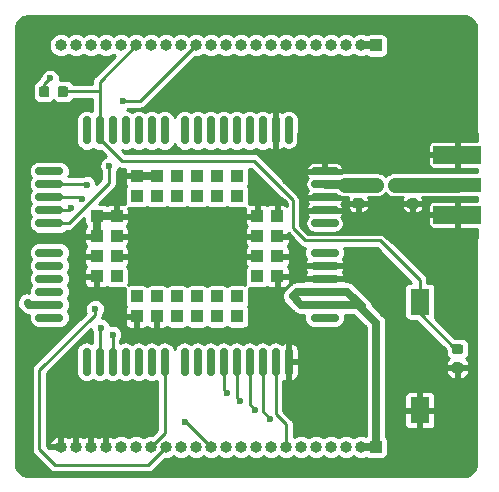
<source format=gbr>
G04 #@! TF.GenerationSoftware,KiCad,Pcbnew,5.99.0-unknown-df3fabf~86~ubuntu18.04.1*
G04 #@! TF.CreationDate,2019-10-25T19:04:55-04:00*
G04 #@! TF.ProjectId,bc95_bc35_module_board,62633935-5f62-4633-9335-5f6d6f64756c,rev?*
G04 #@! TF.SameCoordinates,Original*
G04 #@! TF.FileFunction,Copper,L1,Top*
G04 #@! TF.FilePolarity,Positive*
%FSLAX46Y46*%
G04 Gerber Fmt 4.6, Leading zero omitted, Abs format (unit mm)*
G04 Created by KiCad (PCBNEW 5.99.0-unknown-df3fabf~86~ubuntu18.04.1) date 2019-10-25 19:04:55*
%MOMM*%
%LPD*%
G04 APERTURE LIST*
%ADD10R,1.000000X1.000000*%
%ADD11O,0.750000X2.400000*%
%ADD12O,2.400000X0.750000*%
%ADD13R,1.600000X2.180000*%
%ADD14O,1.000000X1.000000*%
%ADD15R,4.064000X1.524000*%
%ADD16R,4.064000X1.270000*%
%ADD17C,0.600000*%
%ADD18C,1.290000*%
%ADD19C,0.800000*%
%ADD20C,0.250000*%
%ADD21C,0.700000*%
%ADD22C,0.254000*%
G04 APERTURE END LIST*
D10*
X137350000Y-102550000D03*
X137350000Y-100850000D03*
X137350000Y-99150000D03*
X139050000Y-102550000D03*
X139050000Y-100850000D03*
X139050000Y-99150000D03*
X150950000Y-102550000D03*
X150950000Y-100850000D03*
X150950000Y-99150000D03*
X152650000Y-102550000D03*
X152650000Y-100850000D03*
X152650000Y-99150000D03*
X140750000Y-105950000D03*
X142450000Y-105950000D03*
X144150000Y-105950000D03*
X145850000Y-105950000D03*
X147550000Y-105950000D03*
X140750000Y-104250000D03*
X142450000Y-104250000D03*
X144150000Y-104250000D03*
X145850000Y-104250000D03*
X147550000Y-104250000D03*
X140750000Y-95750000D03*
X142450000Y-95750000D03*
X144150000Y-95750000D03*
X145850000Y-95750000D03*
X147550000Y-95750000D03*
X140750000Y-94050000D03*
X142450000Y-94050000D03*
X144150000Y-94050000D03*
X145850000Y-94050000D03*
X147550000Y-94050000D03*
X139050000Y-97450000D03*
X137350000Y-97450000D03*
X149250000Y-104250000D03*
X149250000Y-105950000D03*
X152650000Y-97450000D03*
X150950000Y-97450000D03*
X149250000Y-94050000D03*
X149250000Y-95750000D03*
D11*
X153600000Y-109800000D03*
X152500000Y-109800000D03*
X151400000Y-109800000D03*
X150300000Y-109800000D03*
X149200000Y-109800000D03*
X148100000Y-109800000D03*
X147000000Y-109800000D03*
X145900000Y-109800000D03*
X143100000Y-109800000D03*
X142000000Y-109800000D03*
X140900000Y-109800000D03*
X139800000Y-109800000D03*
X138700000Y-109800000D03*
X137600000Y-109800000D03*
D12*
X133350000Y-100550000D03*
X133350000Y-101650000D03*
X133350000Y-102750000D03*
X133350000Y-103850000D03*
X133350000Y-104950000D03*
X156650000Y-98050000D03*
X156650000Y-96950000D03*
X156650000Y-95850000D03*
X156650000Y-94750000D03*
X156650000Y-100550000D03*
X156650000Y-101650000D03*
X156650000Y-102750000D03*
X156650000Y-103850000D03*
X156650000Y-104950000D03*
X133350000Y-98050000D03*
X133350000Y-96950000D03*
X133350000Y-95850000D03*
X133350000Y-94750000D03*
X133350000Y-106050000D03*
X156650000Y-106050000D03*
X156650000Y-93650000D03*
X133350000Y-93650000D03*
D11*
X136500000Y-109800000D03*
X144800000Y-109800000D03*
X136500000Y-90200000D03*
X137600000Y-90200000D03*
X138700000Y-90200000D03*
X139800000Y-90200000D03*
X140900000Y-90200000D03*
X142000000Y-90200000D03*
X143100000Y-90200000D03*
X144800000Y-90200000D03*
X145900000Y-90200000D03*
X147000000Y-90200000D03*
X148100000Y-90200000D03*
X149200000Y-90200000D03*
X150300000Y-90200000D03*
X151400000Y-90200000D03*
X152500000Y-90200000D03*
X153600000Y-90200000D03*
D13*
X164700000Y-104710000D03*
X164700000Y-113890000D03*
G04 #@! TA.AperFunction,SMDPad,CuDef*
G36*
X133214962Y-86441651D02*
G01*
X133285930Y-86489070D01*
X133333349Y-86560038D01*
X133350000Y-86643750D01*
X133350000Y-87156250D01*
X133333349Y-87239962D01*
X133285930Y-87310930D01*
X133214962Y-87358349D01*
X133131250Y-87375000D01*
X132693750Y-87375000D01*
X132610038Y-87358349D01*
X132539070Y-87310930D01*
X132491651Y-87239962D01*
X132475000Y-87156250D01*
X132475000Y-86643750D01*
X132491651Y-86560038D01*
X132539070Y-86489070D01*
X132610038Y-86441651D01*
X132693750Y-86425000D01*
X133131250Y-86425000D01*
X133214962Y-86441651D01*
G37*
G04 #@! TD.AperFunction*
G04 #@! TA.AperFunction,SMDPad,CuDef*
G36*
X134789962Y-86441651D02*
G01*
X134860930Y-86489070D01*
X134908349Y-86560038D01*
X134925000Y-86643750D01*
X134925000Y-87156250D01*
X134908349Y-87239962D01*
X134860930Y-87310930D01*
X134789962Y-87358349D01*
X134706250Y-87375000D01*
X134268750Y-87375000D01*
X134185038Y-87358349D01*
X134114070Y-87310930D01*
X134066651Y-87239962D01*
X134050000Y-87156250D01*
X134050000Y-86643750D01*
X134066651Y-86560038D01*
X134114070Y-86489070D01*
X134185038Y-86441651D01*
X134268750Y-86425000D01*
X134706250Y-86425000D01*
X134789962Y-86441651D01*
G37*
G04 #@! TD.AperFunction*
G04 #@! TA.AperFunction,SMDPad,CuDef*
G36*
X161314962Y-94341651D02*
G01*
X161385930Y-94389070D01*
X161433349Y-94460038D01*
X161450000Y-94543750D01*
X161450000Y-95056250D01*
X161433349Y-95139962D01*
X161385930Y-95210930D01*
X161314962Y-95258349D01*
X161231250Y-95275000D01*
X160793750Y-95275000D01*
X160710038Y-95258349D01*
X160639070Y-95210930D01*
X160591651Y-95139962D01*
X160575000Y-95056250D01*
X160575000Y-94543750D01*
X160591651Y-94460038D01*
X160639070Y-94389070D01*
X160710038Y-94341651D01*
X160793750Y-94325000D01*
X161231250Y-94325000D01*
X161314962Y-94341651D01*
G37*
G04 #@! TD.AperFunction*
G04 #@! TA.AperFunction,SMDPad,CuDef*
G36*
X162889962Y-94341651D02*
G01*
X162960930Y-94389070D01*
X163008349Y-94460038D01*
X163025000Y-94543750D01*
X163025000Y-95056250D01*
X163008349Y-95139962D01*
X162960930Y-95210930D01*
X162889962Y-95258349D01*
X162806250Y-95275000D01*
X162368750Y-95275000D01*
X162285038Y-95258349D01*
X162214070Y-95210930D01*
X162166651Y-95139962D01*
X162150000Y-95056250D01*
X162150000Y-94543750D01*
X162166651Y-94460038D01*
X162214070Y-94389070D01*
X162285038Y-94341651D01*
X162368750Y-94325000D01*
X162806250Y-94325000D01*
X162889962Y-94341651D01*
G37*
G04 #@! TD.AperFunction*
D14*
X134330000Y-117000000D03*
X135600000Y-117000000D03*
X136870000Y-117000000D03*
X138140000Y-117000000D03*
X139410000Y-117000000D03*
X140680000Y-117000000D03*
X141950000Y-117000000D03*
X143220000Y-117000000D03*
X144490000Y-117000000D03*
X145760000Y-117000000D03*
X147030000Y-117000000D03*
X148300000Y-117000000D03*
X149570000Y-117000000D03*
X150840000Y-117000000D03*
X152110000Y-117000000D03*
X153380000Y-117000000D03*
X154650000Y-117000000D03*
X155920000Y-117000000D03*
X157190000Y-117000000D03*
X158460000Y-117000000D03*
X159730000Y-117000000D03*
D10*
X161000000Y-117000000D03*
D14*
X134330000Y-83000000D03*
X135600000Y-83000000D03*
X136870000Y-83000000D03*
X138140000Y-83000000D03*
X139410000Y-83000000D03*
X140680000Y-83000000D03*
X141950000Y-83000000D03*
X143220000Y-83000000D03*
X144490000Y-83000000D03*
X145760000Y-83000000D03*
X147030000Y-83000000D03*
X148300000Y-83000000D03*
X149570000Y-83000000D03*
X150840000Y-83000000D03*
X152110000Y-83000000D03*
X153380000Y-83000000D03*
X154650000Y-83000000D03*
X155920000Y-83000000D03*
X157190000Y-83000000D03*
X158460000Y-83000000D03*
X159730000Y-83000000D03*
D10*
X161000000Y-83000000D03*
D15*
X167900000Y-97340000D03*
X167900000Y-92260000D03*
D16*
X167900000Y-94800000D03*
G04 #@! TA.AperFunction,SMDPad,CuDef*
G36*
X164439962Y-95966651D02*
G01*
X164510930Y-96014070D01*
X164558349Y-96085038D01*
X164575000Y-96168750D01*
X164575000Y-96606250D01*
X164558349Y-96689962D01*
X164510930Y-96760930D01*
X164439962Y-96808349D01*
X164356250Y-96825000D01*
X163843750Y-96825000D01*
X163760038Y-96808349D01*
X163689070Y-96760930D01*
X163641651Y-96689962D01*
X163625000Y-96606250D01*
X163625000Y-96168750D01*
X163641651Y-96085038D01*
X163689070Y-96014070D01*
X163760038Y-95966651D01*
X163843750Y-95950000D01*
X164356250Y-95950000D01*
X164439962Y-95966651D01*
G37*
G04 #@! TD.AperFunction*
G04 #@! TA.AperFunction,SMDPad,CuDef*
G36*
X164439962Y-94391651D02*
G01*
X164510930Y-94439070D01*
X164558349Y-94510038D01*
X164575000Y-94593750D01*
X164575000Y-95031250D01*
X164558349Y-95114962D01*
X164510930Y-95185930D01*
X164439962Y-95233349D01*
X164356250Y-95250000D01*
X163843750Y-95250000D01*
X163760038Y-95233349D01*
X163689070Y-95185930D01*
X163641651Y-95114962D01*
X163625000Y-95031250D01*
X163625000Y-94593750D01*
X163641651Y-94510038D01*
X163689070Y-94439070D01*
X163760038Y-94391651D01*
X163843750Y-94375000D01*
X164356250Y-94375000D01*
X164439962Y-94391651D01*
G37*
G04 #@! TD.AperFunction*
G04 #@! TA.AperFunction,SMDPad,CuDef*
G36*
X159839962Y-95954151D02*
G01*
X159910930Y-96001570D01*
X159958349Y-96072538D01*
X159975000Y-96156250D01*
X159975000Y-96593750D01*
X159958349Y-96677462D01*
X159910930Y-96748430D01*
X159839962Y-96795849D01*
X159756250Y-96812500D01*
X159243750Y-96812500D01*
X159160038Y-96795849D01*
X159089070Y-96748430D01*
X159041651Y-96677462D01*
X159025000Y-96593750D01*
X159025000Y-96156250D01*
X159041651Y-96072538D01*
X159089070Y-96001570D01*
X159160038Y-95954151D01*
X159243750Y-95937500D01*
X159756250Y-95937500D01*
X159839962Y-95954151D01*
G37*
G04 #@! TD.AperFunction*
G04 #@! TA.AperFunction,SMDPad,CuDef*
G36*
X159839962Y-94379151D02*
G01*
X159910930Y-94426570D01*
X159958349Y-94497538D01*
X159975000Y-94581250D01*
X159975000Y-95018750D01*
X159958349Y-95102462D01*
X159910930Y-95173430D01*
X159839962Y-95220849D01*
X159756250Y-95237500D01*
X159243750Y-95237500D01*
X159160038Y-95220849D01*
X159089070Y-95173430D01*
X159041651Y-95102462D01*
X159025000Y-95018750D01*
X159025000Y-94581250D01*
X159041651Y-94497538D01*
X159089070Y-94426570D01*
X159160038Y-94379151D01*
X159243750Y-94362500D01*
X159756250Y-94362500D01*
X159839962Y-94379151D01*
G37*
G04 #@! TD.AperFunction*
G04 #@! TA.AperFunction,SMDPad,CuDef*
G36*
X168239962Y-109866651D02*
G01*
X168310930Y-109914070D01*
X168358349Y-109985038D01*
X168375000Y-110068750D01*
X168375000Y-110506250D01*
X168358349Y-110589962D01*
X168310930Y-110660930D01*
X168239962Y-110708349D01*
X168156250Y-110725000D01*
X167643750Y-110725000D01*
X167560038Y-110708349D01*
X167489070Y-110660930D01*
X167441651Y-110589962D01*
X167425000Y-110506250D01*
X167425000Y-110068750D01*
X167441651Y-109985038D01*
X167489070Y-109914070D01*
X167560038Y-109866651D01*
X167643750Y-109850000D01*
X168156250Y-109850000D01*
X168239962Y-109866651D01*
G37*
G04 #@! TD.AperFunction*
G04 #@! TA.AperFunction,SMDPad,CuDef*
G36*
X168239962Y-108291651D02*
G01*
X168310930Y-108339070D01*
X168358349Y-108410038D01*
X168375000Y-108493750D01*
X168375000Y-108931250D01*
X168358349Y-109014962D01*
X168310930Y-109085930D01*
X168239962Y-109133349D01*
X168156250Y-109150000D01*
X167643750Y-109150000D01*
X167560038Y-109133349D01*
X167489070Y-109085930D01*
X167441651Y-109014962D01*
X167425000Y-108931250D01*
X167425000Y-108493750D01*
X167441651Y-108410038D01*
X167489070Y-108339070D01*
X167560038Y-108291651D01*
X167643750Y-108275000D01*
X168156250Y-108275000D01*
X168239962Y-108291651D01*
G37*
G04 #@! TD.AperFunction*
D17*
X152000000Y-114600000D03*
X150775000Y-113848415D03*
X149500000Y-113100000D03*
X148400000Y-112400000D03*
X138700000Y-107500000D03*
X137700000Y-106900000D03*
X139600000Y-87700000D03*
X144800000Y-114900000D03*
X138400000Y-93200000D03*
X136100000Y-96000000D03*
X135200000Y-96800000D03*
X136500000Y-94800000D03*
X137200000Y-105300000D03*
X133400000Y-85800000D03*
X131500000Y-104800000D03*
X168500000Y-81500000D03*
X131500000Y-81500000D03*
X131500000Y-118500000D03*
X168500000Y-118500000D03*
X153950000Y-104250000D03*
X158600000Y-93500000D03*
X158400000Y-96100000D03*
X160600000Y-96100000D03*
X161800000Y-96100000D03*
X163000000Y-96100000D03*
X165300000Y-96100000D03*
X160100000Y-93500000D03*
X161600000Y-93500000D03*
X163100000Y-93500000D03*
X164600000Y-93500000D03*
X158600000Y-92600000D03*
X160100000Y-92600000D03*
X161600000Y-92600000D03*
X163100000Y-92600000D03*
X164600000Y-92600000D03*
X158400000Y-97400000D03*
X159900000Y-97400000D03*
X161400000Y-97400000D03*
X162900000Y-97400000D03*
X164400000Y-97400000D03*
X133900000Y-112400000D03*
X141600000Y-115300000D03*
X143900000Y-118600000D03*
X131200000Y-112400000D03*
X132500000Y-107800000D03*
X155900000Y-89400000D03*
X154500000Y-93600000D03*
X154800000Y-95800000D03*
X159100000Y-101700000D03*
X154300000Y-101400000D03*
X159200000Y-110300000D03*
X167400000Y-113800000D03*
X168100000Y-111700000D03*
X145800000Y-118700000D03*
X137800000Y-113700000D03*
X164200000Y-118100000D03*
X163900000Y-109700000D03*
X164000000Y-87600000D03*
X168600000Y-90400000D03*
X167100000Y-90400000D03*
X165600000Y-90400000D03*
X164600000Y-91300000D03*
X164900000Y-98600000D03*
X166300000Y-99200000D03*
X167800000Y-99200000D03*
X169100000Y-99200000D03*
X134100000Y-90200000D03*
X158900000Y-118700000D03*
X151600000Y-118700000D03*
D18*
X161012500Y-94800000D02*
X159500000Y-94800000D01*
X167900000Y-94800000D02*
X162602510Y-94800000D01*
X159500000Y-94800000D02*
X158400000Y-94800000D01*
D19*
X158350000Y-94750000D02*
X156650000Y-94750000D01*
X158400000Y-94800000D02*
X158350000Y-94750000D01*
D20*
X152500000Y-109800000D02*
X152500000Y-114200000D01*
X153380000Y-115080000D02*
X153380000Y-117000000D01*
X152500000Y-114200000D02*
X153380000Y-115080000D01*
X151400000Y-109800000D02*
X151400000Y-114000000D01*
X151400000Y-114000000D02*
X152000000Y-114600000D01*
X150300000Y-113373415D02*
X150300000Y-109800000D01*
X150775000Y-113848415D02*
X150300000Y-113373415D01*
X149500000Y-113100000D02*
X149200000Y-112800000D01*
X149200000Y-112800000D02*
X149200000Y-109800000D01*
X148400000Y-112400000D02*
X148100000Y-112100000D01*
X148100000Y-112100000D02*
X148100000Y-109800000D01*
X137600000Y-86080000D02*
X140680000Y-83000000D01*
X134487500Y-86900000D02*
X137600000Y-86900000D01*
X137600000Y-90200000D02*
X137600000Y-86900000D01*
X137600000Y-86900000D02*
X137600000Y-86080000D01*
X143100000Y-115850000D02*
X143100000Y-109800000D01*
X141950000Y-117000000D02*
X143100000Y-115850000D01*
D21*
X159730000Y-117000000D02*
X161000000Y-117000000D01*
X161000000Y-117000000D02*
X161000000Y-106500000D01*
X159450000Y-104950000D02*
X156650000Y-104950000D01*
X156650000Y-103850000D02*
X158550000Y-103850000D01*
X159800000Y-105100000D02*
X159800000Y-105300000D01*
X158550000Y-103850000D02*
X159800000Y-105100000D01*
X161000000Y-106500000D02*
X159800000Y-105300000D01*
X159800000Y-105300000D02*
X159450000Y-104950000D01*
X161000000Y-83000000D02*
X159730000Y-83000000D01*
D20*
X138700000Y-107500000D02*
X138700000Y-109800000D01*
X137600000Y-107000000D02*
X137600000Y-109800000D01*
X137700000Y-106900000D02*
X137600000Y-107000000D01*
X145760000Y-83000000D02*
X141060000Y-87700000D01*
X141060000Y-87700000D02*
X139600000Y-87700000D01*
X147030000Y-117000000D02*
X144930000Y-114900000D01*
X144930000Y-114900000D02*
X144800000Y-114900000D01*
X135950000Y-95850000D02*
X136100000Y-96000000D01*
X138400000Y-94625004D02*
X138400000Y-93624264D01*
X138400000Y-93624264D02*
X138400000Y-93200000D01*
X134975004Y-98050000D02*
X138400000Y-94625004D01*
X133350000Y-98050000D02*
X134975004Y-98050000D01*
X133350000Y-95850000D02*
X135950000Y-95850000D01*
X133350000Y-96950000D02*
X135050000Y-96950000D01*
X135050000Y-96950000D02*
X135200000Y-96800000D01*
X133350000Y-94750000D02*
X136450000Y-94750000D01*
X136450000Y-94750000D02*
X136500000Y-94800000D01*
X132912500Y-86900000D02*
X132912500Y-86287500D01*
X132912500Y-86287500D02*
X133400000Y-85800000D01*
X142720001Y-117499999D02*
X143220000Y-117000000D01*
X133800000Y-118500000D02*
X141720000Y-118500000D01*
X137200000Y-105300000D02*
X137200000Y-105800000D01*
X141720000Y-118500000D02*
X142720001Y-117499999D01*
X137200000Y-105800000D02*
X132500000Y-110500000D01*
X132500000Y-110500000D02*
X132500000Y-117200000D01*
X132500000Y-117200000D02*
X133800000Y-118500000D01*
D21*
X137350000Y-97450000D02*
X137350000Y-99150000D01*
X139050000Y-97450000D02*
X137350000Y-97450000D01*
X142450000Y-94050000D02*
X140750000Y-94050000D01*
X131650000Y-104950000D02*
X131500000Y-104800000D01*
X133350000Y-104950000D02*
X131650000Y-104950000D01*
D20*
X164700000Y-105700000D02*
X167712500Y-108712500D01*
X164700000Y-102870000D02*
X164700000Y-105700000D01*
X167712500Y-108712500D02*
X167900000Y-108712500D01*
X161330000Y-99500000D02*
X164700000Y-102870000D01*
X137600000Y-90914963D02*
X139485037Y-92800000D01*
X139485037Y-92800000D02*
X150700000Y-92800000D01*
X137600000Y-90200000D02*
X137600000Y-90914963D01*
X150700000Y-92800000D02*
X154000000Y-96100000D01*
X155000000Y-99500000D02*
X161330000Y-99500000D01*
X154000000Y-96100000D02*
X154000000Y-98500000D01*
X154000000Y-98500000D02*
X155000000Y-99500000D01*
D21*
X154350000Y-103850000D02*
X153950000Y-104250000D01*
X156650000Y-103850000D02*
X154350000Y-103850000D01*
X154650000Y-104950000D02*
X153950000Y-104250000D01*
X156650000Y-104950000D02*
X154650000Y-104950000D01*
G36*
X168446608Y-80528388D02*
G01*
X168657969Y-80545765D01*
X168811703Y-80584380D01*
X168957064Y-80647585D01*
X168991989Y-80670179D01*
X169329111Y-81007301D01*
X169382222Y-81103511D01*
X169435134Y-81252930D01*
X169464565Y-81418151D01*
X169470071Y-81534917D01*
X169474001Y-81553894D01*
X169474001Y-90426000D01*
X169574001Y-90426000D01*
X169574001Y-91066123D01*
X168028000Y-91066123D01*
X168028000Y-93453877D01*
X169574001Y-93453877D01*
X169574001Y-93733123D01*
X167972893Y-93733123D01*
X167951280Y-93729000D01*
X162535135Y-93729000D01*
X162334046Y-93754404D01*
X162082452Y-93854017D01*
X161863533Y-94013070D01*
X161809104Y-94078863D01*
X161647020Y-93926657D01*
X161406355Y-93794350D01*
X161063780Y-93729000D01*
X158332625Y-93729000D01*
X158131536Y-93754404D01*
X158071938Y-93778000D01*
X154989630Y-93778000D01*
X155157648Y-94103532D01*
X155241989Y-94200214D01*
X155162434Y-94289504D01*
X155071716Y-94460841D01*
X155024487Y-94648872D01*
X155023471Y-94842740D01*
X155068730Y-95031255D01*
X155157648Y-95203532D01*
X155241989Y-95300214D01*
X155162434Y-95389504D01*
X154986386Y-95722000D01*
X157853985Y-95722000D01*
X158006145Y-95805650D01*
X158348720Y-95871000D01*
X158669281Y-95871000D01*
X158628092Y-95947111D01*
X158578049Y-96247000D01*
X160417494Y-96247000D01*
X160386271Y-95996513D01*
X160331216Y-95871000D01*
X161079875Y-95871000D01*
X161280964Y-95845596D01*
X161532558Y-95745983D01*
X161751477Y-95586930D01*
X161805906Y-95521137D01*
X161967990Y-95673343D01*
X162208655Y-95805650D01*
X162551230Y-95871000D01*
X163276046Y-95871000D01*
X163228092Y-95959611D01*
X163178049Y-96259500D01*
X165017494Y-96259500D01*
X164986271Y-96009013D01*
X164925733Y-95871000D01*
X167967375Y-95871000D01*
X168000009Y-95866877D01*
X169574001Y-95866877D01*
X169574001Y-96146123D01*
X168028000Y-96146123D01*
X168028000Y-98533877D01*
X169574001Y-98533877D01*
X169574001Y-99274000D01*
X169474001Y-99274000D01*
X169474000Y-118436812D01*
X169471612Y-118446607D01*
X169454235Y-118657969D01*
X169415619Y-118811708D01*
X169352417Y-118957061D01*
X169329821Y-118991989D01*
X168992700Y-119329110D01*
X168896490Y-119382221D01*
X168747068Y-119435134D01*
X168581847Y-119464565D01*
X168465083Y-119470071D01*
X168446110Y-119474000D01*
X131563188Y-119474000D01*
X131553393Y-119471612D01*
X131342031Y-119454235D01*
X131188292Y-119415619D01*
X131042939Y-119352417D01*
X131008011Y-119329821D01*
X130670890Y-118992700D01*
X130617779Y-118896490D01*
X130564866Y-118747068D01*
X130535435Y-118581847D01*
X130529929Y-118465083D01*
X130526000Y-118446110D01*
X130526000Y-117168911D01*
X131840742Y-117168911D01*
X131849001Y-117238700D01*
X131849001Y-117254025D01*
X131855276Y-117291726D01*
X131866876Y-117389728D01*
X131873434Y-117400818D01*
X131875593Y-117413785D01*
X131978505Y-117604514D01*
X132049374Y-117670025D01*
X133290562Y-118911214D01*
X133311850Y-118944183D01*
X133367039Y-118987691D01*
X133377874Y-118998527D01*
X133408987Y-119020761D01*
X133486474Y-119081846D01*
X133498951Y-119085050D01*
X133509644Y-119092691D01*
X133717281Y-119154787D01*
X133813684Y-119151000D01*
X141650549Y-119151000D01*
X141688911Y-119159259D01*
X141758693Y-119151000D01*
X141774026Y-119151000D01*
X141811757Y-119144720D01*
X141909729Y-119133124D01*
X141920816Y-119126567D01*
X141933783Y-119124409D01*
X142124514Y-119021496D01*
X142190025Y-118950627D01*
X143119558Y-118021095D01*
X143166233Y-118026000D01*
X143273767Y-118026000D01*
X143434492Y-118009107D01*
X143639610Y-117942460D01*
X143826389Y-117834624D01*
X143855000Y-117808862D01*
X143883611Y-117834624D01*
X144070390Y-117942460D01*
X144275508Y-118009107D01*
X144436233Y-118026000D01*
X144543767Y-118026000D01*
X144704492Y-118009107D01*
X144909610Y-117942460D01*
X145096389Y-117834624D01*
X145125000Y-117808862D01*
X145153611Y-117834624D01*
X145340390Y-117942460D01*
X145545508Y-118009107D01*
X145706233Y-118026000D01*
X145813767Y-118026000D01*
X145974492Y-118009107D01*
X146179610Y-117942460D01*
X146366389Y-117834624D01*
X146395000Y-117808862D01*
X146423611Y-117834624D01*
X146610390Y-117942460D01*
X146815508Y-118009107D01*
X146976233Y-118026000D01*
X147083767Y-118026000D01*
X147244492Y-118009107D01*
X147449610Y-117942460D01*
X147636389Y-117834624D01*
X147665000Y-117808862D01*
X147693611Y-117834624D01*
X147880390Y-117942460D01*
X148085508Y-118009107D01*
X148246233Y-118026000D01*
X148353767Y-118026000D01*
X148514492Y-118009107D01*
X148719610Y-117942460D01*
X148906389Y-117834624D01*
X148935000Y-117808862D01*
X148963611Y-117834624D01*
X149150390Y-117942460D01*
X149355508Y-118009107D01*
X149516233Y-118026000D01*
X149623767Y-118026000D01*
X149784492Y-118009107D01*
X149989610Y-117942460D01*
X150176389Y-117834624D01*
X150205000Y-117808862D01*
X150233611Y-117834624D01*
X150420390Y-117942460D01*
X150625508Y-118009107D01*
X150786233Y-118026000D01*
X150893767Y-118026000D01*
X151054492Y-118009107D01*
X151259610Y-117942460D01*
X151446389Y-117834624D01*
X151475000Y-117808862D01*
X151503611Y-117834624D01*
X151690390Y-117942460D01*
X151895508Y-118009107D01*
X152056233Y-118026000D01*
X152163767Y-118026000D01*
X152324492Y-118009107D01*
X152529610Y-117942460D01*
X152716389Y-117834624D01*
X152745000Y-117808862D01*
X152773611Y-117834624D01*
X152960390Y-117942460D01*
X153165508Y-118009107D01*
X153326233Y-118026000D01*
X153433767Y-118026000D01*
X153594492Y-118009107D01*
X153799610Y-117942460D01*
X153986389Y-117834624D01*
X154015000Y-117808862D01*
X154043611Y-117834624D01*
X154230390Y-117942460D01*
X154435508Y-118009107D01*
X154596233Y-118026000D01*
X154703767Y-118026000D01*
X154864492Y-118009107D01*
X155069610Y-117942460D01*
X155256389Y-117834624D01*
X155285000Y-117808862D01*
X155313611Y-117834624D01*
X155500390Y-117942460D01*
X155705508Y-118009107D01*
X155866233Y-118026000D01*
X155973767Y-118026000D01*
X156134492Y-118009107D01*
X156339610Y-117942460D01*
X156526389Y-117834624D01*
X156555000Y-117808862D01*
X156583611Y-117834624D01*
X156770390Y-117942460D01*
X156975508Y-118009107D01*
X157136233Y-118026000D01*
X157243767Y-118026000D01*
X157404492Y-118009107D01*
X157609610Y-117942460D01*
X157796389Y-117834624D01*
X157825000Y-117808862D01*
X157853611Y-117834624D01*
X158040390Y-117942460D01*
X158245508Y-118009107D01*
X158406233Y-118026000D01*
X158513767Y-118026000D01*
X158674492Y-118009107D01*
X158879610Y-117942460D01*
X159066389Y-117834624D01*
X159095000Y-117808862D01*
X159123611Y-117834624D01*
X159310390Y-117942460D01*
X159515508Y-118009107D01*
X159676233Y-118026000D01*
X159783767Y-118026000D01*
X159944492Y-118009107D01*
X160149610Y-117942460D01*
X160184911Y-117922079D01*
X160294765Y-117995480D01*
X160487590Y-118033836D01*
X161512410Y-118033836D01*
X161705235Y-117995480D01*
X161879225Y-117879225D01*
X161995480Y-117705235D01*
X162033836Y-117512410D01*
X162033836Y-116487590D01*
X161995480Y-116294765D01*
X161879225Y-116120775D01*
X161876000Y-116118620D01*
X161876000Y-114018000D01*
X163366164Y-114018000D01*
X163366164Y-114992410D01*
X163404520Y-115185235D01*
X163520775Y-115359225D01*
X163694765Y-115475480D01*
X163887590Y-115513836D01*
X164572000Y-115513836D01*
X164572000Y-114018000D01*
X164828000Y-114018000D01*
X164828000Y-115513836D01*
X165512410Y-115513836D01*
X165705235Y-115475480D01*
X165879225Y-115359225D01*
X165995480Y-115185235D01*
X166033836Y-114992410D01*
X166033836Y-114018000D01*
X164828000Y-114018000D01*
X164572000Y-114018000D01*
X163366164Y-114018000D01*
X161876000Y-114018000D01*
X161876000Y-112787590D01*
X163366164Y-112787590D01*
X163366164Y-113762000D01*
X164572000Y-113762000D01*
X164572000Y-112266164D01*
X164828000Y-112266164D01*
X164828000Y-113762000D01*
X166033836Y-113762000D01*
X166033836Y-112787590D01*
X165995480Y-112594765D01*
X165879225Y-112420775D01*
X165705235Y-112304520D01*
X165512410Y-112266164D01*
X164828000Y-112266164D01*
X164572000Y-112266164D01*
X163887590Y-112266164D01*
X163694765Y-112304520D01*
X163520775Y-112420775D01*
X163404520Y-112594765D01*
X163366164Y-112787590D01*
X161876000Y-112787590D01*
X161876000Y-110415500D01*
X166878502Y-110415500D01*
X166929348Y-110736532D01*
X167036451Y-110946733D01*
X167203267Y-111113549D01*
X167413468Y-111220652D01*
X167772000Y-111277436D01*
X167772000Y-110415500D01*
X168028000Y-110415500D01*
X168028000Y-111277436D01*
X168386532Y-111220652D01*
X168596733Y-111113549D01*
X168763549Y-110946733D01*
X168870652Y-110736532D01*
X168921498Y-110415500D01*
X168028000Y-110415500D01*
X167772000Y-110415500D01*
X166878502Y-110415500D01*
X161876000Y-110415500D01*
X161876000Y-106598139D01*
X161882147Y-106570975D01*
X161876000Y-106471905D01*
X161876000Y-106437174D01*
X161872199Y-106410624D01*
X161866609Y-106320533D01*
X161854487Y-106286954D01*
X161849425Y-106251610D01*
X161812062Y-106169433D01*
X161781273Y-106084148D01*
X161760554Y-106056148D01*
X161745568Y-106023189D01*
X161678993Y-105945926D01*
X161662534Y-105923683D01*
X161642980Y-105904130D01*
X161581775Y-105833098D01*
X161553845Y-105814995D01*
X160667087Y-104928237D01*
X160666609Y-104920533D01*
X160654487Y-104886954D01*
X160649425Y-104851610D01*
X160612062Y-104769433D01*
X160581273Y-104684148D01*
X160560554Y-104656148D01*
X160545568Y-104623189D01*
X160478986Y-104545917D01*
X160462534Y-104523683D01*
X160442975Y-104504125D01*
X160381773Y-104433097D01*
X160353844Y-104414995D01*
X159238825Y-103299976D01*
X159223960Y-103276416D01*
X159149537Y-103210688D01*
X159124999Y-103186149D01*
X159103555Y-103170078D01*
X159035884Y-103110313D01*
X159003563Y-103095138D01*
X158974996Y-103073728D01*
X158890470Y-103042040D01*
X158808392Y-103003505D01*
X158773939Y-102998357D01*
X158740041Y-102985648D01*
X158638331Y-102978090D01*
X158610965Y-102974000D01*
X158583307Y-102974000D01*
X158489807Y-102967052D01*
X158457258Y-102974000D01*
X158351699Y-102974000D01*
X158385883Y-102878000D01*
X154916752Y-102878000D01*
X154949433Y-102974000D01*
X154448139Y-102974000D01*
X154420975Y-102967853D01*
X154321905Y-102974000D01*
X154287174Y-102974000D01*
X154260624Y-102977801D01*
X154170533Y-102983391D01*
X154136954Y-102995513D01*
X154101610Y-103000575D01*
X154019433Y-103037938D01*
X153934148Y-103068727D01*
X153906148Y-103089446D01*
X153873189Y-103104432D01*
X153795912Y-103171019D01*
X153773685Y-103187465D01*
X153754137Y-103207014D01*
X153683098Y-103268225D01*
X153664993Y-103296158D01*
X153339391Y-103621760D01*
X153245073Y-103714931D01*
X153213152Y-103772400D01*
X153173728Y-103825005D01*
X153152538Y-103881527D01*
X153123232Y-103934289D01*
X153108725Y-103998403D01*
X153085648Y-104059960D01*
X153081175Y-104120151D01*
X153067853Y-104179024D01*
X153071924Y-104244632D01*
X153067052Y-104310193D01*
X153079654Y-104369228D01*
X153083391Y-104429466D01*
X153105712Y-104491296D01*
X153119436Y-104555587D01*
X153148096Y-104608704D01*
X153168727Y-104665851D01*
X153206409Y-104716774D01*
X153238589Y-104776416D01*
X153286232Y-104824645D01*
X153287476Y-104826326D01*
X153321766Y-104860615D01*
X153414936Y-104954932D01*
X153417513Y-104956363D01*
X153961179Y-105500030D01*
X153976039Y-105523583D01*
X154050446Y-105589297D01*
X154074999Y-105613851D01*
X154096460Y-105629936D01*
X154164116Y-105689687D01*
X154196431Y-105704859D01*
X154225003Y-105726272D01*
X154309525Y-105757957D01*
X154391607Y-105796495D01*
X154426063Y-105801644D01*
X154459960Y-105814351D01*
X154561667Y-105821910D01*
X154589034Y-105826000D01*
X154616705Y-105826000D01*
X154710192Y-105832947D01*
X154742736Y-105826000D01*
X154948300Y-105826000D01*
X154942263Y-105842955D01*
X154918329Y-106043670D01*
X154939458Y-106244699D01*
X155004600Y-106436052D01*
X155110516Y-106608216D01*
X155251943Y-106752637D01*
X155421853Y-106862136D01*
X155612217Y-106931422D01*
X155776397Y-106951000D01*
X157525755Y-106951000D01*
X157675876Y-106934161D01*
X157866769Y-106867686D01*
X158038191Y-106760570D01*
X158181620Y-106618137D01*
X158289930Y-106447468D01*
X158357737Y-106257045D01*
X158381671Y-106056330D01*
X158360542Y-105855301D01*
X158350567Y-105826000D01*
X159087151Y-105826000D01*
X159157017Y-105895866D01*
X159218226Y-105966902D01*
X159246153Y-105985003D01*
X160124001Y-106862852D01*
X160124000Y-116049219D01*
X159944492Y-115990893D01*
X159783767Y-115974000D01*
X159676233Y-115974000D01*
X159515508Y-115990893D01*
X159310390Y-116057540D01*
X159123611Y-116165376D01*
X159095000Y-116191138D01*
X159066389Y-116165376D01*
X158879610Y-116057540D01*
X158674492Y-115990893D01*
X158513767Y-115974000D01*
X158406233Y-115974000D01*
X158245508Y-115990893D01*
X158040390Y-116057540D01*
X157853611Y-116165376D01*
X157825000Y-116191138D01*
X157796389Y-116165376D01*
X157609610Y-116057540D01*
X157404492Y-115990893D01*
X157243767Y-115974000D01*
X157136233Y-115974000D01*
X156975508Y-115990893D01*
X156770390Y-116057540D01*
X156583611Y-116165376D01*
X156555000Y-116191138D01*
X156526389Y-116165376D01*
X156339610Y-116057540D01*
X156134492Y-115990893D01*
X155973767Y-115974000D01*
X155866233Y-115974000D01*
X155705508Y-115990893D01*
X155500390Y-116057540D01*
X155313611Y-116165376D01*
X155285000Y-116191138D01*
X155256389Y-116165376D01*
X155069610Y-116057540D01*
X154864492Y-115990893D01*
X154703767Y-115974000D01*
X154596233Y-115974000D01*
X154435508Y-115990893D01*
X154230390Y-116057540D01*
X154043611Y-116165376D01*
X154031000Y-116176731D01*
X154031000Y-115149451D01*
X154039259Y-115111089D01*
X154031000Y-115041307D01*
X154031000Y-115025973D01*
X154024718Y-114988236D01*
X154013124Y-114890270D01*
X154006566Y-114879182D01*
X154004408Y-114866216D01*
X153901496Y-114675486D01*
X153830639Y-114609986D01*
X153151000Y-113930348D01*
X153151000Y-111407227D01*
X153202532Y-111439930D01*
X153472000Y-111535883D01*
X153472000Y-109928000D01*
X153728000Y-109928000D01*
X153728000Y-111533248D01*
X153986051Y-111445400D01*
X154158214Y-111339484D01*
X154302637Y-111198057D01*
X154412136Y-111028147D01*
X154481422Y-110837783D01*
X154501000Y-110673603D01*
X154501000Y-109928000D01*
X153728000Y-109928000D01*
X153472000Y-109928000D01*
X153472000Y-109672000D01*
X153728000Y-109672000D01*
X154501000Y-109672000D01*
X154501000Y-108924245D01*
X154484161Y-108774124D01*
X154417686Y-108583231D01*
X154310570Y-108411809D01*
X154168137Y-108268380D01*
X153997468Y-108160070D01*
X153728000Y-108064117D01*
X153728000Y-109672000D01*
X153472000Y-109672000D01*
X153472000Y-108066752D01*
X153213949Y-108154600D01*
X153048874Y-108256155D01*
X152897468Y-108160070D01*
X152707045Y-108092263D01*
X152506330Y-108068329D01*
X152305302Y-108089458D01*
X152113949Y-108154600D01*
X151948874Y-108256155D01*
X151797468Y-108160070D01*
X151607045Y-108092263D01*
X151406330Y-108068329D01*
X151205302Y-108089458D01*
X151013949Y-108154600D01*
X150848874Y-108256155D01*
X150697468Y-108160070D01*
X150507045Y-108092263D01*
X150306330Y-108068329D01*
X150105302Y-108089458D01*
X149913949Y-108154600D01*
X149748874Y-108256155D01*
X149597468Y-108160070D01*
X149407045Y-108092263D01*
X149206330Y-108068329D01*
X149005302Y-108089458D01*
X148813949Y-108154600D01*
X148648874Y-108256155D01*
X148497468Y-108160070D01*
X148307045Y-108092263D01*
X148106330Y-108068329D01*
X147905302Y-108089458D01*
X147713949Y-108154600D01*
X147548874Y-108256155D01*
X147397468Y-108160070D01*
X147207045Y-108092263D01*
X147006330Y-108068329D01*
X146805302Y-108089458D01*
X146613949Y-108154600D01*
X146448874Y-108256155D01*
X146297468Y-108160070D01*
X146107045Y-108092263D01*
X145906330Y-108068329D01*
X145705302Y-108089458D01*
X145513949Y-108154600D01*
X145348874Y-108256155D01*
X145197468Y-108160070D01*
X145007045Y-108092263D01*
X144806330Y-108068329D01*
X144605302Y-108089458D01*
X144413949Y-108154600D01*
X144241785Y-108260516D01*
X144097364Y-108401943D01*
X143987865Y-108571853D01*
X143949975Y-108675955D01*
X143917686Y-108583231D01*
X143810570Y-108411809D01*
X143668137Y-108268380D01*
X143497468Y-108160070D01*
X143307045Y-108092263D01*
X143106330Y-108068329D01*
X142905302Y-108089458D01*
X142713949Y-108154600D01*
X142548874Y-108256155D01*
X142397468Y-108160070D01*
X142207045Y-108092263D01*
X142006330Y-108068329D01*
X141805302Y-108089458D01*
X141613949Y-108154600D01*
X141448874Y-108256155D01*
X141297468Y-108160070D01*
X141107045Y-108092263D01*
X140906330Y-108068329D01*
X140705302Y-108089458D01*
X140513949Y-108154600D01*
X140348874Y-108256155D01*
X140197468Y-108160070D01*
X140007045Y-108092263D01*
X139806330Y-108068329D01*
X139605302Y-108089458D01*
X139413949Y-108154600D01*
X139351000Y-108193327D01*
X139351000Y-108010232D01*
X139446907Y-107874022D01*
X139524022Y-107637386D01*
X139526295Y-107377016D01*
X139453321Y-107139069D01*
X139313890Y-106933519D01*
X139120184Y-106778053D01*
X138889327Y-106686417D01*
X138641731Y-106666712D01*
X138502006Y-106697817D01*
X138453321Y-106539069D01*
X138313890Y-106333519D01*
X138120184Y-106178053D01*
X137889327Y-106086417D01*
X137796088Y-106078997D01*
X137796386Y-106078000D01*
X139716164Y-106078000D01*
X139716164Y-106462410D01*
X139754520Y-106655235D01*
X139870775Y-106829225D01*
X140044765Y-106945480D01*
X140237590Y-106983836D01*
X140622000Y-106983836D01*
X140622000Y-106078000D01*
X139716164Y-106078000D01*
X137796386Y-106078000D01*
X137854787Y-105882719D01*
X137851890Y-105808968D01*
X137946907Y-105674022D01*
X138024022Y-105437386D01*
X138026295Y-105177016D01*
X137953321Y-104939069D01*
X137813890Y-104733519D01*
X137620184Y-104578053D01*
X137389327Y-104486417D01*
X137141731Y-104466712D01*
X136899287Y-104520684D01*
X136683430Y-104643556D01*
X136513245Y-104824469D01*
X136403779Y-105047424D01*
X136364710Y-105292710D01*
X136399492Y-105538642D01*
X136444609Y-105634739D01*
X132088791Y-109990558D01*
X132055817Y-110011849D01*
X132012305Y-110067043D01*
X132001473Y-110077875D01*
X131979238Y-110108989D01*
X131918154Y-110186475D01*
X131914950Y-110198953D01*
X131907310Y-110209644D01*
X131845213Y-110417282D01*
X131849000Y-110513674D01*
X131849001Y-117130546D01*
X131840742Y-117168911D01*
X130526000Y-117168911D01*
X130526000Y-104729024D01*
X130617853Y-104729024D01*
X130633391Y-104979466D01*
X130718727Y-105215851D01*
X130837466Y-105376316D01*
X130961175Y-105500024D01*
X130976040Y-105523584D01*
X131050463Y-105589312D01*
X131075001Y-105613851D01*
X131096445Y-105629922D01*
X131164116Y-105689687D01*
X131196437Y-105704862D01*
X131225004Y-105726272D01*
X131309530Y-105757960D01*
X131391608Y-105796495D01*
X131426061Y-105801643D01*
X131459959Y-105814352D01*
X131561669Y-105821910D01*
X131589035Y-105826000D01*
X131616693Y-105826000D01*
X131647486Y-105828288D01*
X131642263Y-105842955D01*
X131618329Y-106043670D01*
X131639458Y-106244699D01*
X131704600Y-106436052D01*
X131810516Y-106608216D01*
X131951943Y-106752637D01*
X132121853Y-106862136D01*
X132312217Y-106931422D01*
X132476397Y-106951000D01*
X134225755Y-106951000D01*
X134375876Y-106934161D01*
X134566769Y-106867686D01*
X134738191Y-106760570D01*
X134881620Y-106618137D01*
X134989930Y-106447468D01*
X135057737Y-106257045D01*
X135081671Y-106056330D01*
X135060542Y-105855301D01*
X134995400Y-105663948D01*
X134893845Y-105498873D01*
X134989930Y-105347468D01*
X135057737Y-105157045D01*
X135081671Y-104956330D01*
X135060542Y-104755301D01*
X134995400Y-104563948D01*
X134893845Y-104398873D01*
X134989930Y-104247468D01*
X135057737Y-104057045D01*
X135081671Y-103856330D01*
X135060542Y-103655301D01*
X134995400Y-103463948D01*
X134893845Y-103298873D01*
X134989930Y-103147468D01*
X135057737Y-102957045D01*
X135081671Y-102756330D01*
X135073439Y-102678000D01*
X136316164Y-102678000D01*
X136316164Y-103062410D01*
X136354520Y-103255235D01*
X136470775Y-103429225D01*
X136644765Y-103545480D01*
X136837590Y-103583836D01*
X137222000Y-103583836D01*
X137222000Y-102678000D01*
X136316164Y-102678000D01*
X135073439Y-102678000D01*
X135060542Y-102555301D01*
X134995400Y-102363948D01*
X134893845Y-102198873D01*
X134989930Y-102047468D01*
X135057737Y-101857045D01*
X135081671Y-101656330D01*
X135060542Y-101455301D01*
X134995400Y-101263948D01*
X134893845Y-101098873D01*
X134989930Y-100947468D01*
X135057737Y-100757045D01*
X135081671Y-100556330D01*
X135060542Y-100355301D01*
X134995400Y-100163948D01*
X134889484Y-99991784D01*
X134748057Y-99847363D01*
X134578147Y-99737864D01*
X134387783Y-99668578D01*
X134223603Y-99649000D01*
X132474245Y-99649000D01*
X132324124Y-99665839D01*
X132133231Y-99732314D01*
X131961809Y-99839430D01*
X131818380Y-99981863D01*
X131710070Y-100152532D01*
X131642263Y-100342955D01*
X131618329Y-100543670D01*
X131639458Y-100744699D01*
X131704600Y-100936052D01*
X131806155Y-101101127D01*
X131710070Y-101252532D01*
X131642263Y-101442955D01*
X131618329Y-101643670D01*
X131639458Y-101844699D01*
X131704600Y-102036052D01*
X131806155Y-102201127D01*
X131710070Y-102352532D01*
X131642263Y-102542955D01*
X131618329Y-102743670D01*
X131639458Y-102944699D01*
X131704600Y-103136052D01*
X131806155Y-103301127D01*
X131710070Y-103452532D01*
X131642263Y-103642955D01*
X131618329Y-103843670D01*
X131627508Y-103931001D01*
X131439807Y-103917052D01*
X131194412Y-103969436D01*
X130973584Y-104088590D01*
X130795073Y-104264931D01*
X130673232Y-104484288D01*
X130617853Y-104729024D01*
X130526000Y-104729024D01*
X130526000Y-93643670D01*
X131618329Y-93643670D01*
X131639458Y-93844699D01*
X131704600Y-94036052D01*
X131806155Y-94201127D01*
X131710070Y-94352532D01*
X131642263Y-94542955D01*
X131618329Y-94743670D01*
X131639458Y-94944699D01*
X131704600Y-95136052D01*
X131806155Y-95301127D01*
X131710070Y-95452532D01*
X131642263Y-95642955D01*
X131618329Y-95843670D01*
X131639458Y-96044699D01*
X131704600Y-96236052D01*
X131806155Y-96401127D01*
X131710070Y-96552532D01*
X131642263Y-96742955D01*
X131618329Y-96943670D01*
X131639458Y-97144699D01*
X131704600Y-97336052D01*
X131806155Y-97501127D01*
X131710070Y-97652532D01*
X131642263Y-97842955D01*
X131618329Y-98043670D01*
X131639458Y-98244699D01*
X131704600Y-98436052D01*
X131810516Y-98608216D01*
X131951943Y-98752637D01*
X132121853Y-98862136D01*
X132312217Y-98931422D01*
X132476397Y-98951000D01*
X134225755Y-98951000D01*
X134375876Y-98934161D01*
X134566769Y-98867686D01*
X134738190Y-98760570D01*
X134798178Y-98701000D01*
X134905553Y-98701000D01*
X134943915Y-98709259D01*
X135013697Y-98701000D01*
X135029030Y-98701000D01*
X135066761Y-98694720D01*
X135164733Y-98683124D01*
X135175820Y-98676567D01*
X135188787Y-98674409D01*
X135379518Y-98571496D01*
X135445042Y-98500613D01*
X136316164Y-97629491D01*
X136316164Y-97962410D01*
X136354520Y-98155235D01*
X136451248Y-98300000D01*
X136354520Y-98444765D01*
X136316164Y-98637590D01*
X136316164Y-99022000D01*
X137478000Y-99022000D01*
X137478000Y-99278000D01*
X136316164Y-99278000D01*
X136316164Y-99662410D01*
X136354520Y-99855235D01*
X136451248Y-100000000D01*
X136354520Y-100144765D01*
X136316164Y-100337590D01*
X136316164Y-100722000D01*
X137478000Y-100722000D01*
X137478000Y-100978000D01*
X136316164Y-100978000D01*
X136316164Y-101362410D01*
X136354520Y-101555235D01*
X136451248Y-101700000D01*
X136354520Y-101844765D01*
X136316164Y-102037590D01*
X136316164Y-102422000D01*
X137478000Y-102422000D01*
X137478000Y-103583836D01*
X137862410Y-103583836D01*
X138055235Y-103545480D01*
X138200000Y-103448752D01*
X138344765Y-103545480D01*
X138537590Y-103583836D01*
X139562410Y-103583836D01*
X139754342Y-103545658D01*
X139716164Y-103737590D01*
X139716164Y-104762410D01*
X139754520Y-104955235D01*
X139851248Y-105100000D01*
X139754520Y-105244765D01*
X139716164Y-105437590D01*
X139716164Y-105822000D01*
X140878000Y-105822000D01*
X140878000Y-106983836D01*
X141262410Y-106983836D01*
X141455235Y-106945480D01*
X141600000Y-106848752D01*
X141744765Y-106945480D01*
X141937590Y-106983836D01*
X142322000Y-106983836D01*
X142322000Y-105822000D01*
X142578000Y-105822000D01*
X142578000Y-106983836D01*
X142962410Y-106983836D01*
X143155235Y-106945480D01*
X143300000Y-106848752D01*
X143444765Y-106945480D01*
X143637590Y-106983836D01*
X144662410Y-106983836D01*
X144855235Y-106945480D01*
X145000000Y-106848752D01*
X145144765Y-106945480D01*
X145337590Y-106983836D01*
X146362410Y-106983836D01*
X146555235Y-106945480D01*
X146700000Y-106848752D01*
X146844765Y-106945480D01*
X147037590Y-106983836D01*
X148062410Y-106983836D01*
X148255235Y-106945480D01*
X148400000Y-106848752D01*
X148544765Y-106945480D01*
X148737590Y-106983836D01*
X149762410Y-106983836D01*
X149955235Y-106945480D01*
X150129225Y-106829225D01*
X150245480Y-106655235D01*
X150283836Y-106462410D01*
X150283836Y-105437590D01*
X150245480Y-105244765D01*
X150148752Y-105100000D01*
X150245480Y-104955235D01*
X150283836Y-104762410D01*
X150283836Y-103737590D01*
X150245658Y-103545658D01*
X150437590Y-103583836D01*
X151462410Y-103583836D01*
X151655235Y-103545480D01*
X151800000Y-103448752D01*
X151944765Y-103545480D01*
X152137590Y-103583836D01*
X152522000Y-103583836D01*
X152522000Y-102678000D01*
X152778000Y-102678000D01*
X152778000Y-103583836D01*
X153162410Y-103583836D01*
X153355235Y-103545480D01*
X153529225Y-103429225D01*
X153645480Y-103255235D01*
X153683836Y-103062410D01*
X153683836Y-102678000D01*
X152778000Y-102678000D01*
X152522000Y-102678000D01*
X152522000Y-102622000D01*
X154914117Y-102622000D01*
X158383248Y-102622000D01*
X158295400Y-102363948D01*
X158193845Y-102198873D01*
X158289930Y-102047468D01*
X158385883Y-101778000D01*
X154916752Y-101778000D01*
X155004600Y-102036052D01*
X155106155Y-102201127D01*
X155010070Y-102352532D01*
X154914117Y-102622000D01*
X152522000Y-102622000D01*
X152522000Y-102422000D01*
X153683836Y-102422000D01*
X153683836Y-102037590D01*
X153645480Y-101844765D01*
X153548752Y-101700000D01*
X153645480Y-101555235D01*
X153683836Y-101362410D01*
X153683836Y-100978000D01*
X152522000Y-100978000D01*
X152522000Y-100722000D01*
X153683836Y-100722000D01*
X153683836Y-100337590D01*
X153645480Y-100144765D01*
X153548752Y-100000000D01*
X153645480Y-99855235D01*
X153683836Y-99662410D01*
X153683836Y-99278000D01*
X152522000Y-99278000D01*
X152522000Y-99022000D01*
X153581877Y-99022000D01*
X153581877Y-98871841D01*
X153584760Y-98876518D01*
X153637047Y-98916278D01*
X153994768Y-99274000D01*
X153853347Y-99274000D01*
X154490565Y-99911219D01*
X154511850Y-99944183D01*
X154567035Y-99987688D01*
X154577874Y-99998528D01*
X154608989Y-100020762D01*
X154686474Y-100081846D01*
X154698951Y-100085050D01*
X154709644Y-100092691D01*
X154917281Y-100154787D01*
X155010975Y-100151106D01*
X155010070Y-100152532D01*
X154942263Y-100342955D01*
X154918329Y-100543670D01*
X154939458Y-100744699D01*
X155004600Y-100936052D01*
X155106155Y-101101127D01*
X155010070Y-101252532D01*
X154914117Y-101522000D01*
X158383248Y-101522000D01*
X158295400Y-101263948D01*
X158193845Y-101098873D01*
X158289930Y-100947468D01*
X158357737Y-100757045D01*
X158381671Y-100556330D01*
X158360542Y-100355301D01*
X158295400Y-100163948D01*
X158287434Y-100151000D01*
X161060349Y-100151000D01*
X163995512Y-103086164D01*
X163887590Y-103086164D01*
X163694765Y-103124520D01*
X163520775Y-103240775D01*
X163404520Y-103414765D01*
X163366164Y-103607590D01*
X163366164Y-105812410D01*
X163404520Y-106005235D01*
X163520775Y-106179225D01*
X163694765Y-106295480D01*
X163887590Y-106333836D01*
X164413185Y-106333836D01*
X166894014Y-108814666D01*
X166894014Y-108938439D01*
X166929348Y-109161533D01*
X167036451Y-109371733D01*
X167164718Y-109500000D01*
X167036451Y-109628267D01*
X166929348Y-109838468D01*
X166878502Y-110159500D01*
X168921498Y-110159500D01*
X168870652Y-109838468D01*
X168763549Y-109628267D01*
X168635282Y-109500000D01*
X168763549Y-109371733D01*
X168870652Y-109161533D01*
X168905986Y-108938439D01*
X168905986Y-108486561D01*
X168870652Y-108263467D01*
X168763549Y-108053267D01*
X168596733Y-107886451D01*
X168386533Y-107779348D01*
X168163439Y-107744014D01*
X167664666Y-107744014D01*
X165967605Y-106046954D01*
X165995480Y-106005235D01*
X166033836Y-105812410D01*
X166033836Y-103607590D01*
X165995480Y-103414765D01*
X165879225Y-103240775D01*
X165705235Y-103124520D01*
X165512410Y-103086164D01*
X165351000Y-103086164D01*
X165351000Y-102939455D01*
X165359260Y-102901089D01*
X165351000Y-102831300D01*
X165351000Y-102815974D01*
X165344722Y-102778257D01*
X165333124Y-102680269D01*
X165326566Y-102669181D01*
X165324408Y-102656216D01*
X165221496Y-102465486D01*
X165150626Y-102399974D01*
X162024651Y-99274000D01*
X161883230Y-99274000D01*
X161784756Y-99175526D01*
X161780003Y-99165801D01*
X161711311Y-99102081D01*
X161683441Y-99074210D01*
X161675090Y-99068481D01*
X161624802Y-99021832D01*
X161594147Y-99012955D01*
X161557092Y-98987535D01*
X161357380Y-98940142D01*
X161292297Y-98949000D01*
X155228232Y-98949000D01*
X154551000Y-98271769D01*
X154551000Y-97078000D01*
X154989630Y-97078000D01*
X155157648Y-97403532D01*
X155241989Y-97500214D01*
X155162434Y-97589504D01*
X155071716Y-97760841D01*
X155024487Y-97948872D01*
X155023471Y-98142740D01*
X155068730Y-98331255D01*
X155157648Y-98503532D01*
X155285095Y-98649627D01*
X155443710Y-98761102D01*
X155624650Y-98831648D01*
X155777834Y-98851000D01*
X157523559Y-98851000D01*
X157667467Y-98833586D01*
X157848822Y-98765056D01*
X158008597Y-98655247D01*
X158137566Y-98510496D01*
X158228284Y-98339159D01*
X158275513Y-98151128D01*
X158276529Y-97957260D01*
X158231270Y-97768745D01*
X158142352Y-97596468D01*
X158058011Y-97499786D01*
X158086331Y-97468000D01*
X165436123Y-97468000D01*
X165436123Y-98114410D01*
X165466718Y-98268217D01*
X165560871Y-98409129D01*
X165701783Y-98503282D01*
X165855590Y-98533877D01*
X167772000Y-98533877D01*
X167772000Y-97468000D01*
X165436123Y-97468000D01*
X158086331Y-97468000D01*
X158137566Y-97410496D01*
X158313614Y-97078000D01*
X154989630Y-97078000D01*
X154551000Y-97078000D01*
X154551000Y-96822000D01*
X154986386Y-96822000D01*
X158310370Y-96822000D01*
X158145724Y-96503000D01*
X158582506Y-96503000D01*
X158613729Y-96753487D01*
X158699203Y-96948350D01*
X158845126Y-97106864D01*
X159034611Y-97209408D01*
X159372000Y-97265708D01*
X159372000Y-96503000D01*
X159628000Y-96503000D01*
X159628000Y-97259670D01*
X159915987Y-97223771D01*
X160110850Y-97138297D01*
X160269364Y-96992374D01*
X160371908Y-96802889D01*
X160419865Y-96515500D01*
X163182506Y-96515500D01*
X163213729Y-96765987D01*
X163299203Y-96960850D01*
X163445126Y-97119364D01*
X163634611Y-97221908D01*
X163972000Y-97278208D01*
X163972000Y-96515500D01*
X164228000Y-96515500D01*
X164228000Y-97272170D01*
X164515987Y-97236271D01*
X164710850Y-97150797D01*
X164869364Y-97004874D01*
X164971908Y-96815389D01*
X165013592Y-96565590D01*
X165436123Y-96565590D01*
X165436123Y-97212000D01*
X167772000Y-97212000D01*
X167772000Y-96146123D01*
X165855590Y-96146123D01*
X165701783Y-96176718D01*
X165560871Y-96270871D01*
X165466718Y-96411783D01*
X165436123Y-96565590D01*
X165013592Y-96565590D01*
X165021951Y-96515500D01*
X164228000Y-96515500D01*
X163972000Y-96515500D01*
X163182506Y-96515500D01*
X160419865Y-96515500D01*
X160421951Y-96503000D01*
X159628000Y-96503000D01*
X159372000Y-96503000D01*
X158582506Y-96503000D01*
X158145724Y-96503000D01*
X158142352Y-96496468D01*
X158058011Y-96399786D01*
X158137566Y-96310496D01*
X158313614Y-95978000D01*
X154989630Y-95978000D01*
X155157648Y-96303532D01*
X155241989Y-96400214D01*
X155162434Y-96489504D01*
X154986386Y-96822000D01*
X154551000Y-96822000D01*
X154551000Y-96192118D01*
X154554514Y-96181884D01*
X154551000Y-96088291D01*
X154551000Y-96048846D01*
X154549146Y-96038889D01*
X154546572Y-95970340D01*
X154531174Y-95942389D01*
X154522946Y-95898211D01*
X154415241Y-95723481D01*
X154362949Y-95683718D01*
X153172082Y-94492852D01*
X153170511Y-94349859D01*
X152342652Y-93522000D01*
X154986386Y-93522000D01*
X156522000Y-93522000D01*
X156522000Y-92849000D01*
X156778000Y-92849000D01*
X156778000Y-93522000D01*
X158310370Y-93522000D01*
X158142352Y-93196468D01*
X158014905Y-93050373D01*
X157856290Y-92938898D01*
X157675350Y-92868352D01*
X157522166Y-92849000D01*
X156778000Y-92849000D01*
X156522000Y-92849000D01*
X155776441Y-92849000D01*
X155632533Y-92866414D01*
X155451178Y-92934944D01*
X155291403Y-93044753D01*
X155162434Y-93189504D01*
X154986386Y-93522000D01*
X152342652Y-93522000D01*
X151209442Y-92388791D01*
X151208932Y-92388000D01*
X165436123Y-92388000D01*
X165436123Y-93034410D01*
X165466718Y-93188217D01*
X165560871Y-93329129D01*
X165701783Y-93423282D01*
X165855590Y-93453877D01*
X167772000Y-93453877D01*
X167772000Y-92388000D01*
X165436123Y-92388000D01*
X151208932Y-92388000D01*
X151188151Y-92355817D01*
X151132956Y-92312304D01*
X151122124Y-92301472D01*
X151091020Y-92279244D01*
X151013529Y-92218156D01*
X151001049Y-92214951D01*
X150990355Y-92207309D01*
X150782718Y-92145213D01*
X150686326Y-92149000D01*
X139754689Y-92149000D01*
X139469446Y-91863757D01*
X139592955Y-91907737D01*
X139793670Y-91931671D01*
X139994698Y-91910542D01*
X140186051Y-91845400D01*
X140351126Y-91743845D01*
X140502532Y-91839930D01*
X140692955Y-91907737D01*
X140893670Y-91931671D01*
X141094698Y-91910542D01*
X141286051Y-91845400D01*
X141451126Y-91743845D01*
X141602532Y-91839930D01*
X141792955Y-91907737D01*
X141993670Y-91931671D01*
X142194698Y-91910542D01*
X142386051Y-91845400D01*
X142551126Y-91743845D01*
X142702532Y-91839930D01*
X142892955Y-91907737D01*
X143093670Y-91931671D01*
X143294698Y-91910542D01*
X143486051Y-91845400D01*
X143658214Y-91739484D01*
X143802637Y-91598057D01*
X143912136Y-91428147D01*
X143950025Y-91324046D01*
X143982314Y-91416768D01*
X144089430Y-91588189D01*
X144231863Y-91731620D01*
X144402532Y-91839930D01*
X144592955Y-91907737D01*
X144793670Y-91931671D01*
X144994698Y-91910542D01*
X145186051Y-91845400D01*
X145351126Y-91743845D01*
X145502532Y-91839930D01*
X145692955Y-91907737D01*
X145893670Y-91931671D01*
X146094698Y-91910542D01*
X146286051Y-91845400D01*
X146451126Y-91743845D01*
X146602532Y-91839930D01*
X146792955Y-91907737D01*
X146993670Y-91931671D01*
X147194698Y-91910542D01*
X147386051Y-91845400D01*
X147551126Y-91743845D01*
X147702532Y-91839930D01*
X147892955Y-91907737D01*
X148093670Y-91931671D01*
X148294698Y-91910542D01*
X148486051Y-91845400D01*
X148651126Y-91743845D01*
X148802532Y-91839930D01*
X148992955Y-91907737D01*
X149193670Y-91931671D01*
X149394698Y-91910542D01*
X149586051Y-91845400D01*
X149751126Y-91743845D01*
X149902532Y-91839930D01*
X150092955Y-91907737D01*
X150293670Y-91931671D01*
X150494698Y-91910542D01*
X150686051Y-91845400D01*
X150851126Y-91743845D01*
X151002532Y-91839930D01*
X151192955Y-91907737D01*
X151393670Y-91931671D01*
X151594698Y-91910542D01*
X151786051Y-91845400D01*
X151951126Y-91743845D01*
X152102532Y-91839930D01*
X152372000Y-91935883D01*
X152372000Y-91933248D01*
X152628000Y-91933248D01*
X152886051Y-91845400D01*
X153051126Y-91743845D01*
X153142512Y-91801840D01*
X153141266Y-91688498D01*
X153310841Y-91778284D01*
X153498872Y-91825513D01*
X153692739Y-91826529D01*
X153881254Y-91781270D01*
X154053531Y-91692352D01*
X154199626Y-91564906D01*
X154255369Y-91485590D01*
X165436123Y-91485590D01*
X165436123Y-92132000D01*
X167772000Y-92132000D01*
X167772000Y-91066123D01*
X165855590Y-91066123D01*
X165701783Y-91096718D01*
X165560871Y-91190871D01*
X165466718Y-91331783D01*
X165436123Y-91485590D01*
X154255369Y-91485590D01*
X154311102Y-91406290D01*
X154381648Y-91225350D01*
X154401000Y-91072166D01*
X154401000Y-90426000D01*
X154501000Y-90426000D01*
X154501000Y-89324245D01*
X154484161Y-89174124D01*
X154417686Y-88983231D01*
X154310570Y-88811809D01*
X154168137Y-88668380D01*
X153997468Y-88560070D01*
X153807045Y-88492263D01*
X153606330Y-88468329D01*
X153405302Y-88489458D01*
X153213949Y-88554600D01*
X153048874Y-88656155D01*
X152897468Y-88560070D01*
X152628000Y-88464117D01*
X152628000Y-91933248D01*
X152372000Y-91933248D01*
X152372000Y-88466752D01*
X152113949Y-88554600D01*
X151948874Y-88656155D01*
X151797468Y-88560070D01*
X151607045Y-88492263D01*
X151406330Y-88468329D01*
X151205302Y-88489458D01*
X151013949Y-88554600D01*
X150848874Y-88656155D01*
X150697468Y-88560070D01*
X150507045Y-88492263D01*
X150306330Y-88468329D01*
X150105302Y-88489458D01*
X149913949Y-88554600D01*
X149748874Y-88656155D01*
X149597468Y-88560070D01*
X149407045Y-88492263D01*
X149206330Y-88468329D01*
X149005302Y-88489458D01*
X148813949Y-88554600D01*
X148648874Y-88656155D01*
X148497468Y-88560070D01*
X148307045Y-88492263D01*
X148106330Y-88468329D01*
X147905302Y-88489458D01*
X147713949Y-88554600D01*
X147548874Y-88656155D01*
X147397468Y-88560070D01*
X147207045Y-88492263D01*
X147006330Y-88468329D01*
X146805302Y-88489458D01*
X146613949Y-88554600D01*
X146448874Y-88656155D01*
X146297468Y-88560070D01*
X146107045Y-88492263D01*
X145906330Y-88468329D01*
X145705302Y-88489458D01*
X145513949Y-88554600D01*
X145348874Y-88656155D01*
X145197468Y-88560070D01*
X145007045Y-88492263D01*
X144806330Y-88468329D01*
X144605302Y-88489458D01*
X144413949Y-88554600D01*
X144241785Y-88660516D01*
X144097364Y-88801943D01*
X143987865Y-88971853D01*
X143949975Y-89075955D01*
X143917686Y-88983231D01*
X143810570Y-88811809D01*
X143668137Y-88668380D01*
X143497468Y-88560070D01*
X143307045Y-88492263D01*
X143106330Y-88468329D01*
X142905302Y-88489458D01*
X142713949Y-88554600D01*
X142548874Y-88656155D01*
X142397468Y-88560070D01*
X142207045Y-88492263D01*
X142006330Y-88468329D01*
X141805302Y-88489458D01*
X141613949Y-88554600D01*
X141448874Y-88656155D01*
X141297468Y-88560070D01*
X141107045Y-88492263D01*
X140906330Y-88468329D01*
X140705302Y-88489458D01*
X140513949Y-88554600D01*
X140348874Y-88656155D01*
X140197468Y-88560070D01*
X140007045Y-88492263D01*
X139880234Y-88477142D01*
X140007520Y-88429171D01*
X140108480Y-88351000D01*
X140990549Y-88351000D01*
X141028911Y-88359259D01*
X141098693Y-88351000D01*
X141114026Y-88351000D01*
X141151757Y-88344720D01*
X141249729Y-88333124D01*
X141260816Y-88326567D01*
X141273783Y-88324409D01*
X141464514Y-88221496D01*
X141530038Y-88150613D01*
X145659557Y-84021095D01*
X145706233Y-84026000D01*
X145813767Y-84026000D01*
X145974492Y-84009107D01*
X146179610Y-83942460D01*
X146366389Y-83834624D01*
X146395000Y-83808862D01*
X146423611Y-83834624D01*
X146610390Y-83942460D01*
X146815508Y-84009107D01*
X146976233Y-84026000D01*
X147083767Y-84026000D01*
X147244492Y-84009107D01*
X147449610Y-83942460D01*
X147636389Y-83834624D01*
X147665000Y-83808862D01*
X147693611Y-83834624D01*
X147880390Y-83942460D01*
X148085508Y-84009107D01*
X148246233Y-84026000D01*
X148353767Y-84026000D01*
X148514492Y-84009107D01*
X148719610Y-83942460D01*
X148906389Y-83834624D01*
X148935000Y-83808862D01*
X148963611Y-83834624D01*
X149150390Y-83942460D01*
X149355508Y-84009107D01*
X149516233Y-84026000D01*
X149623767Y-84026000D01*
X149784492Y-84009107D01*
X149989610Y-83942460D01*
X150176389Y-83834624D01*
X150205000Y-83808862D01*
X150233611Y-83834624D01*
X150420390Y-83942460D01*
X150625508Y-84009107D01*
X150786233Y-84026000D01*
X150893767Y-84026000D01*
X151054492Y-84009107D01*
X151259610Y-83942460D01*
X151446389Y-83834624D01*
X151475000Y-83808862D01*
X151503611Y-83834624D01*
X151690390Y-83942460D01*
X151895508Y-84009107D01*
X152056233Y-84026000D01*
X152163767Y-84026000D01*
X152324492Y-84009107D01*
X152529610Y-83942460D01*
X152716389Y-83834624D01*
X152745000Y-83808862D01*
X152773611Y-83834624D01*
X152960390Y-83942460D01*
X153165508Y-84009107D01*
X153326233Y-84026000D01*
X153433767Y-84026000D01*
X153594492Y-84009107D01*
X153799610Y-83942460D01*
X153986389Y-83834624D01*
X154015000Y-83808862D01*
X154043611Y-83834624D01*
X154230390Y-83942460D01*
X154435508Y-84009107D01*
X154596233Y-84026000D01*
X154703767Y-84026000D01*
X154864492Y-84009107D01*
X155069610Y-83942460D01*
X155256389Y-83834624D01*
X155285000Y-83808862D01*
X155313611Y-83834624D01*
X155500390Y-83942460D01*
X155705508Y-84009107D01*
X155866233Y-84026000D01*
X155973767Y-84026000D01*
X156134492Y-84009107D01*
X156339610Y-83942460D01*
X156526389Y-83834624D01*
X156555000Y-83808862D01*
X156583611Y-83834624D01*
X156770390Y-83942460D01*
X156975508Y-84009107D01*
X157136233Y-84026000D01*
X157243767Y-84026000D01*
X157404492Y-84009107D01*
X157609610Y-83942460D01*
X157796389Y-83834624D01*
X157825000Y-83808862D01*
X157853611Y-83834624D01*
X158040390Y-83942460D01*
X158245508Y-84009107D01*
X158406233Y-84026000D01*
X158513767Y-84026000D01*
X158674492Y-84009107D01*
X158879610Y-83942460D01*
X159066389Y-83834624D01*
X159095000Y-83808862D01*
X159123611Y-83834624D01*
X159310390Y-83942460D01*
X159515508Y-84009107D01*
X159676233Y-84026000D01*
X159783767Y-84026000D01*
X159944492Y-84009107D01*
X160149610Y-83942460D01*
X160184911Y-83922079D01*
X160294765Y-83995480D01*
X160487590Y-84033836D01*
X161512410Y-84033836D01*
X161705235Y-83995480D01*
X161879225Y-83879225D01*
X161995480Y-83705235D01*
X162033836Y-83512410D01*
X162033836Y-82487590D01*
X161995480Y-82294765D01*
X161879225Y-82120775D01*
X161705235Y-82004520D01*
X161512410Y-81966164D01*
X160487590Y-81966164D01*
X160294765Y-82004520D01*
X160184911Y-82077921D01*
X160149610Y-82057540D01*
X159944492Y-81990893D01*
X159783767Y-81974000D01*
X159676233Y-81974000D01*
X159515508Y-81990893D01*
X159310390Y-82057540D01*
X159123611Y-82165376D01*
X159095000Y-82191138D01*
X159066389Y-82165376D01*
X158879610Y-82057540D01*
X158674492Y-81990893D01*
X158513767Y-81974000D01*
X158406233Y-81974000D01*
X158245508Y-81990893D01*
X158040390Y-82057540D01*
X157853611Y-82165376D01*
X157825000Y-82191138D01*
X157796389Y-82165376D01*
X157609610Y-82057540D01*
X157404492Y-81990893D01*
X157243767Y-81974000D01*
X157136233Y-81974000D01*
X156975508Y-81990893D01*
X156770390Y-82057540D01*
X156583611Y-82165376D01*
X156555000Y-82191138D01*
X156526389Y-82165376D01*
X156339610Y-82057540D01*
X156134492Y-81990893D01*
X155973767Y-81974000D01*
X155866233Y-81974000D01*
X155705508Y-81990893D01*
X155500390Y-82057540D01*
X155313611Y-82165376D01*
X155285000Y-82191138D01*
X155256389Y-82165376D01*
X155069610Y-82057540D01*
X154864492Y-81990893D01*
X154703767Y-81974000D01*
X154596233Y-81974000D01*
X154435508Y-81990893D01*
X154230390Y-82057540D01*
X154043611Y-82165376D01*
X154015000Y-82191138D01*
X153986389Y-82165376D01*
X153799610Y-82057540D01*
X153594492Y-81990893D01*
X153433767Y-81974000D01*
X153326233Y-81974000D01*
X153165508Y-81990893D01*
X152960390Y-82057540D01*
X152773611Y-82165376D01*
X152745000Y-82191138D01*
X152716389Y-82165376D01*
X152529610Y-82057540D01*
X152324492Y-81990893D01*
X152163767Y-81974000D01*
X152056233Y-81974000D01*
X151895508Y-81990893D01*
X151690390Y-82057540D01*
X151503611Y-82165376D01*
X151475000Y-82191138D01*
X151446389Y-82165376D01*
X151259610Y-82057540D01*
X151054492Y-81990893D01*
X150893767Y-81974000D01*
X150786233Y-81974000D01*
X150625508Y-81990893D01*
X150420390Y-82057540D01*
X150233611Y-82165376D01*
X150205000Y-82191138D01*
X150176389Y-82165376D01*
X149989610Y-82057540D01*
X149784492Y-81990893D01*
X149623767Y-81974000D01*
X149516233Y-81974000D01*
X149355508Y-81990893D01*
X149150390Y-82057540D01*
X148963611Y-82165376D01*
X148935000Y-82191138D01*
X148906389Y-82165376D01*
X148719610Y-82057540D01*
X148514492Y-81990893D01*
X148353767Y-81974000D01*
X148246233Y-81974000D01*
X148085508Y-81990893D01*
X147880390Y-82057540D01*
X147693611Y-82165376D01*
X147665000Y-82191138D01*
X147636389Y-82165376D01*
X147449610Y-82057540D01*
X147244492Y-81990893D01*
X147083767Y-81974000D01*
X146976233Y-81974000D01*
X146815508Y-81990893D01*
X146610390Y-82057540D01*
X146423611Y-82165376D01*
X146395000Y-82191138D01*
X146366389Y-82165376D01*
X146179610Y-82057540D01*
X145974492Y-81990893D01*
X145813767Y-81974000D01*
X145706233Y-81974000D01*
X145545508Y-81990893D01*
X145340390Y-82057540D01*
X145153611Y-82165376D01*
X145125000Y-82191138D01*
X145096389Y-82165376D01*
X144909610Y-82057540D01*
X144704492Y-81990893D01*
X144543767Y-81974000D01*
X144436233Y-81974000D01*
X144275508Y-81990893D01*
X144070390Y-82057540D01*
X143883611Y-82165376D01*
X143855000Y-82191138D01*
X143826389Y-82165376D01*
X143639610Y-82057540D01*
X143434492Y-81990893D01*
X143273767Y-81974000D01*
X143166233Y-81974000D01*
X143005508Y-81990893D01*
X142800390Y-82057540D01*
X142613611Y-82165376D01*
X142585000Y-82191138D01*
X142556389Y-82165376D01*
X142369610Y-82057540D01*
X142164492Y-81990893D01*
X142003767Y-81974000D01*
X141896233Y-81974000D01*
X141735508Y-81990893D01*
X141530390Y-82057540D01*
X141343611Y-82165376D01*
X141315000Y-82191138D01*
X141286389Y-82165376D01*
X141099610Y-82057540D01*
X140894492Y-81990893D01*
X140733767Y-81974000D01*
X140626233Y-81974000D01*
X140465508Y-81990893D01*
X140260390Y-82057540D01*
X140073611Y-82165376D01*
X140045000Y-82191138D01*
X140016389Y-82165376D01*
X139829610Y-82057540D01*
X139624492Y-81990893D01*
X139463767Y-81974000D01*
X139356233Y-81974000D01*
X139195508Y-81990893D01*
X138990390Y-82057540D01*
X138803611Y-82165376D01*
X138775000Y-82191138D01*
X138746389Y-82165376D01*
X138559610Y-82057540D01*
X138354492Y-81990893D01*
X138193767Y-81974000D01*
X138086233Y-81974000D01*
X137925508Y-81990893D01*
X137720390Y-82057540D01*
X137533611Y-82165376D01*
X137505000Y-82191138D01*
X137476389Y-82165376D01*
X137289610Y-82057540D01*
X137084492Y-81990893D01*
X136923767Y-81974000D01*
X136816233Y-81974000D01*
X136655508Y-81990893D01*
X136450390Y-82057540D01*
X136263611Y-82165376D01*
X136235000Y-82191138D01*
X136206389Y-82165376D01*
X136019610Y-82057540D01*
X135814492Y-81990893D01*
X135653767Y-81974000D01*
X135546233Y-81974000D01*
X135385508Y-81990893D01*
X135180390Y-82057540D01*
X134993611Y-82165376D01*
X134965000Y-82191138D01*
X134936389Y-82165376D01*
X134749610Y-82057540D01*
X134544492Y-81990893D01*
X134383767Y-81974000D01*
X134276233Y-81974000D01*
X134115508Y-81990893D01*
X133910390Y-82057540D01*
X133723611Y-82165376D01*
X133563334Y-82309691D01*
X133436564Y-82484174D01*
X133348842Y-82681202D01*
X133304000Y-82892163D01*
X133304000Y-83107837D01*
X133348842Y-83318798D01*
X133436564Y-83515825D01*
X133563334Y-83690309D01*
X133723611Y-83834624D01*
X133910390Y-83942460D01*
X134115508Y-84009107D01*
X134276233Y-84026000D01*
X134383767Y-84026000D01*
X134544492Y-84009107D01*
X134749610Y-83942460D01*
X134936389Y-83834624D01*
X134965000Y-83808862D01*
X134993611Y-83834624D01*
X135180390Y-83942460D01*
X135385508Y-84009107D01*
X135546233Y-84026000D01*
X135653767Y-84026000D01*
X135814492Y-84009107D01*
X136019610Y-83942460D01*
X136206389Y-83834624D01*
X136235000Y-83808862D01*
X136263611Y-83834624D01*
X136450390Y-83942460D01*
X136655508Y-84009107D01*
X136816233Y-84026000D01*
X136923767Y-84026000D01*
X137084492Y-84009107D01*
X137289610Y-83942460D01*
X137476389Y-83834624D01*
X137505000Y-83808862D01*
X137533611Y-83834624D01*
X137720390Y-83942460D01*
X137925508Y-84009107D01*
X138086233Y-84026000D01*
X138193767Y-84026000D01*
X138354492Y-84009107D01*
X138559610Y-83942460D01*
X138746389Y-83834624D01*
X138775000Y-83808862D01*
X138803611Y-83834624D01*
X138880394Y-83878955D01*
X137188788Y-85570561D01*
X137155818Y-85591849D01*
X137112309Y-85647039D01*
X137101472Y-85657876D01*
X137079234Y-85688995D01*
X137018155Y-85766474D01*
X137014951Y-85778951D01*
X137007310Y-85789644D01*
X136945213Y-85997282D01*
X136949000Y-86093674D01*
X136949000Y-86249000D01*
X135336851Y-86249000D01*
X135313549Y-86203267D01*
X135146733Y-86036451D01*
X134936533Y-85929348D01*
X134713439Y-85894014D01*
X134261561Y-85894014D01*
X134224349Y-85899908D01*
X134226295Y-85677016D01*
X134153321Y-85439069D01*
X134013890Y-85233519D01*
X133820184Y-85078053D01*
X133589327Y-84986417D01*
X133341731Y-84966712D01*
X133099287Y-85020684D01*
X132883430Y-85143556D01*
X132713245Y-85324469D01*
X132603779Y-85547424D01*
X132579501Y-85699846D01*
X132501285Y-85778063D01*
X132468318Y-85799349D01*
X132424809Y-85854539D01*
X132413972Y-85865376D01*
X132391734Y-85896495D01*
X132330655Y-85973974D01*
X132327452Y-85986450D01*
X132319810Y-85997143D01*
X132317904Y-86003517D01*
X132253267Y-86036451D01*
X132086451Y-86203267D01*
X131979348Y-86413467D01*
X131944014Y-86636561D01*
X131944014Y-87163439D01*
X131979348Y-87386533D01*
X132086451Y-87596733D01*
X132253267Y-87763549D01*
X132463467Y-87870652D01*
X132686561Y-87905986D01*
X133138439Y-87905986D01*
X133361533Y-87870652D01*
X133571733Y-87763549D01*
X133700000Y-87635282D01*
X133828267Y-87763549D01*
X134038467Y-87870652D01*
X134261561Y-87905986D01*
X134713439Y-87905986D01*
X134936533Y-87870652D01*
X135146733Y-87763549D01*
X135313549Y-87596733D01*
X135336851Y-87551000D01*
X136949001Y-87551000D01*
X136949000Y-88592773D01*
X136897468Y-88560070D01*
X136707045Y-88492263D01*
X136506330Y-88468329D01*
X136305302Y-88489458D01*
X136113949Y-88554600D01*
X135941785Y-88660516D01*
X135797364Y-88801943D01*
X135687865Y-88971853D01*
X135618579Y-89162217D01*
X135599001Y-89326397D01*
X135599000Y-91075754D01*
X135615839Y-91225875D01*
X135682314Y-91416768D01*
X135789430Y-91588189D01*
X135931863Y-91731620D01*
X136102532Y-91839930D01*
X136292955Y-91907737D01*
X136493670Y-91931671D01*
X136694698Y-91910542D01*
X136886051Y-91845400D01*
X137051126Y-91743845D01*
X137202532Y-91839930D01*
X137392955Y-91907737D01*
X137593670Y-91931671D01*
X137686318Y-91921934D01*
X138169449Y-92405065D01*
X138099287Y-92420684D01*
X137883430Y-92543556D01*
X137713245Y-92724469D01*
X137603779Y-92947424D01*
X137564710Y-93192710D01*
X137599492Y-93438642D01*
X137705051Y-93663474D01*
X137749001Y-93711860D01*
X137749000Y-94355352D01*
X137325405Y-94778947D01*
X137326295Y-94677016D01*
X137253321Y-94439069D01*
X137113890Y-94233519D01*
X136920184Y-94078053D01*
X136689327Y-93986417D01*
X136441731Y-93966712D01*
X136199287Y-94020684D01*
X136061704Y-94099000D01*
X134957227Y-94099000D01*
X134989930Y-94047468D01*
X135057737Y-93857045D01*
X135081671Y-93656330D01*
X135060542Y-93455301D01*
X134995400Y-93263948D01*
X134889484Y-93091784D01*
X134748057Y-92947363D01*
X134578147Y-92837864D01*
X134387783Y-92768578D01*
X134223603Y-92749000D01*
X132474245Y-92749000D01*
X132324124Y-92765839D01*
X132133231Y-92832314D01*
X131961809Y-92939430D01*
X131818380Y-93081863D01*
X131710070Y-93252532D01*
X131642263Y-93442955D01*
X131618329Y-93643670D01*
X130526000Y-93643670D01*
X130526000Y-81563187D01*
X130528388Y-81553392D01*
X130545765Y-81342031D01*
X130584380Y-81188297D01*
X130647585Y-81042936D01*
X130670179Y-81008011D01*
X131007301Y-80670889D01*
X131103511Y-80617778D01*
X131252930Y-80564866D01*
X131418151Y-80535435D01*
X131534917Y-80529929D01*
X131553890Y-80526000D01*
X168436813Y-80526000D01*
X168446608Y-80528388D01*
G37*
D22*
X168446608Y-80528388D02*
X168657969Y-80545765D01*
X168811703Y-80584380D01*
X168957064Y-80647585D01*
X168991989Y-80670179D01*
X169329111Y-81007301D01*
X169382222Y-81103511D01*
X169435134Y-81252930D01*
X169464565Y-81418151D01*
X169470071Y-81534917D01*
X169474001Y-81553894D01*
X169474001Y-90426000D01*
X169574001Y-90426000D01*
X169574001Y-91066123D01*
X168028000Y-91066123D01*
X168028000Y-93453877D01*
X169574001Y-93453877D01*
X169574001Y-93733123D01*
X167972893Y-93733123D01*
X167951280Y-93729000D01*
X162535135Y-93729000D01*
X162334046Y-93754404D01*
X162082452Y-93854017D01*
X161863533Y-94013070D01*
X161809104Y-94078863D01*
X161647020Y-93926657D01*
X161406355Y-93794350D01*
X161063780Y-93729000D01*
X158332625Y-93729000D01*
X158131536Y-93754404D01*
X158071938Y-93778000D01*
X154989630Y-93778000D01*
X155157648Y-94103532D01*
X155241989Y-94200214D01*
X155162434Y-94289504D01*
X155071716Y-94460841D01*
X155024487Y-94648872D01*
X155023471Y-94842740D01*
X155068730Y-95031255D01*
X155157648Y-95203532D01*
X155241989Y-95300214D01*
X155162434Y-95389504D01*
X154986386Y-95722000D01*
X157853985Y-95722000D01*
X158006145Y-95805650D01*
X158348720Y-95871000D01*
X158669281Y-95871000D01*
X158628092Y-95947111D01*
X158578049Y-96247000D01*
X160417494Y-96247000D01*
X160386271Y-95996513D01*
X160331216Y-95871000D01*
X161079875Y-95871000D01*
X161280964Y-95845596D01*
X161532558Y-95745983D01*
X161751477Y-95586930D01*
X161805906Y-95521137D01*
X161967990Y-95673343D01*
X162208655Y-95805650D01*
X162551230Y-95871000D01*
X163276046Y-95871000D01*
X163228092Y-95959611D01*
X163178049Y-96259500D01*
X165017494Y-96259500D01*
X164986271Y-96009013D01*
X164925733Y-95871000D01*
X167967375Y-95871000D01*
X168000009Y-95866877D01*
X169574001Y-95866877D01*
X169574001Y-96146123D01*
X168028000Y-96146123D01*
X168028000Y-98533877D01*
X169574001Y-98533877D01*
X169574001Y-99274000D01*
X169474001Y-99274000D01*
X169474000Y-118436812D01*
X169471612Y-118446607D01*
X169454235Y-118657969D01*
X169415619Y-118811708D01*
X169352417Y-118957061D01*
X169329821Y-118991989D01*
X168992700Y-119329110D01*
X168896490Y-119382221D01*
X168747068Y-119435134D01*
X168581847Y-119464565D01*
X168465083Y-119470071D01*
X168446110Y-119474000D01*
X131563188Y-119474000D01*
X131553393Y-119471612D01*
X131342031Y-119454235D01*
X131188292Y-119415619D01*
X131042939Y-119352417D01*
X131008011Y-119329821D01*
X130670890Y-118992700D01*
X130617779Y-118896490D01*
X130564866Y-118747068D01*
X130535435Y-118581847D01*
X130529929Y-118465083D01*
X130526000Y-118446110D01*
X130526000Y-117168911D01*
X131840742Y-117168911D01*
X131849001Y-117238700D01*
X131849001Y-117254025D01*
X131855276Y-117291726D01*
X131866876Y-117389728D01*
X131873434Y-117400818D01*
X131875593Y-117413785D01*
X131978505Y-117604514D01*
X132049374Y-117670025D01*
X133290562Y-118911214D01*
X133311850Y-118944183D01*
X133367039Y-118987691D01*
X133377874Y-118998527D01*
X133408987Y-119020761D01*
X133486474Y-119081846D01*
X133498951Y-119085050D01*
X133509644Y-119092691D01*
X133717281Y-119154787D01*
X133813684Y-119151000D01*
X141650549Y-119151000D01*
X141688911Y-119159259D01*
X141758693Y-119151000D01*
X141774026Y-119151000D01*
X141811757Y-119144720D01*
X141909729Y-119133124D01*
X141920816Y-119126567D01*
X141933783Y-119124409D01*
X142124514Y-119021496D01*
X142190025Y-118950627D01*
X143119558Y-118021095D01*
X143166233Y-118026000D01*
X143273767Y-118026000D01*
X143434492Y-118009107D01*
X143639610Y-117942460D01*
X143826389Y-117834624D01*
X143855000Y-117808862D01*
X143883611Y-117834624D01*
X144070390Y-117942460D01*
X144275508Y-118009107D01*
X144436233Y-118026000D01*
X144543767Y-118026000D01*
X144704492Y-118009107D01*
X144909610Y-117942460D01*
X145096389Y-117834624D01*
X145125000Y-117808862D01*
X145153611Y-117834624D01*
X145340390Y-117942460D01*
X145545508Y-118009107D01*
X145706233Y-118026000D01*
X145813767Y-118026000D01*
X145974492Y-118009107D01*
X146179610Y-117942460D01*
X146366389Y-117834624D01*
X146395000Y-117808862D01*
X146423611Y-117834624D01*
X146610390Y-117942460D01*
X146815508Y-118009107D01*
X146976233Y-118026000D01*
X147083767Y-118026000D01*
X147244492Y-118009107D01*
X147449610Y-117942460D01*
X147636389Y-117834624D01*
X147665000Y-117808862D01*
X147693611Y-117834624D01*
X147880390Y-117942460D01*
X148085508Y-118009107D01*
X148246233Y-118026000D01*
X148353767Y-118026000D01*
X148514492Y-118009107D01*
X148719610Y-117942460D01*
X148906389Y-117834624D01*
X148935000Y-117808862D01*
X148963611Y-117834624D01*
X149150390Y-117942460D01*
X149355508Y-118009107D01*
X149516233Y-118026000D01*
X149623767Y-118026000D01*
X149784492Y-118009107D01*
X149989610Y-117942460D01*
X150176389Y-117834624D01*
X150205000Y-117808862D01*
X150233611Y-117834624D01*
X150420390Y-117942460D01*
X150625508Y-118009107D01*
X150786233Y-118026000D01*
X150893767Y-118026000D01*
X151054492Y-118009107D01*
X151259610Y-117942460D01*
X151446389Y-117834624D01*
X151475000Y-117808862D01*
X151503611Y-117834624D01*
X151690390Y-117942460D01*
X151895508Y-118009107D01*
X152056233Y-118026000D01*
X152163767Y-118026000D01*
X152324492Y-118009107D01*
X152529610Y-117942460D01*
X152716389Y-117834624D01*
X152745000Y-117808862D01*
X152773611Y-117834624D01*
X152960390Y-117942460D01*
X153165508Y-118009107D01*
X153326233Y-118026000D01*
X153433767Y-118026000D01*
X153594492Y-118009107D01*
X153799610Y-117942460D01*
X153986389Y-117834624D01*
X154015000Y-117808862D01*
X154043611Y-117834624D01*
X154230390Y-117942460D01*
X154435508Y-118009107D01*
X154596233Y-118026000D01*
X154703767Y-118026000D01*
X154864492Y-118009107D01*
X155069610Y-117942460D01*
X155256389Y-117834624D01*
X155285000Y-117808862D01*
X155313611Y-117834624D01*
X155500390Y-117942460D01*
X155705508Y-118009107D01*
X155866233Y-118026000D01*
X155973767Y-118026000D01*
X156134492Y-118009107D01*
X156339610Y-117942460D01*
X156526389Y-117834624D01*
X156555000Y-117808862D01*
X156583611Y-117834624D01*
X156770390Y-117942460D01*
X156975508Y-118009107D01*
X157136233Y-118026000D01*
X157243767Y-118026000D01*
X157404492Y-118009107D01*
X157609610Y-117942460D01*
X157796389Y-117834624D01*
X157825000Y-117808862D01*
X157853611Y-117834624D01*
X158040390Y-117942460D01*
X158245508Y-118009107D01*
X158406233Y-118026000D01*
X158513767Y-118026000D01*
X158674492Y-118009107D01*
X158879610Y-117942460D01*
X159066389Y-117834624D01*
X159095000Y-117808862D01*
X159123611Y-117834624D01*
X159310390Y-117942460D01*
X159515508Y-118009107D01*
X159676233Y-118026000D01*
X159783767Y-118026000D01*
X159944492Y-118009107D01*
X160149610Y-117942460D01*
X160184911Y-117922079D01*
X160294765Y-117995480D01*
X160487590Y-118033836D01*
X161512410Y-118033836D01*
X161705235Y-117995480D01*
X161879225Y-117879225D01*
X161995480Y-117705235D01*
X162033836Y-117512410D01*
X162033836Y-116487590D01*
X161995480Y-116294765D01*
X161879225Y-116120775D01*
X161876000Y-116118620D01*
X161876000Y-114018000D01*
X163366164Y-114018000D01*
X163366164Y-114992410D01*
X163404520Y-115185235D01*
X163520775Y-115359225D01*
X163694765Y-115475480D01*
X163887590Y-115513836D01*
X164572000Y-115513836D01*
X164572000Y-114018000D01*
X164828000Y-114018000D01*
X164828000Y-115513836D01*
X165512410Y-115513836D01*
X165705235Y-115475480D01*
X165879225Y-115359225D01*
X165995480Y-115185235D01*
X166033836Y-114992410D01*
X166033836Y-114018000D01*
X164828000Y-114018000D01*
X164572000Y-114018000D01*
X163366164Y-114018000D01*
X161876000Y-114018000D01*
X161876000Y-112787590D01*
X163366164Y-112787590D01*
X163366164Y-113762000D01*
X164572000Y-113762000D01*
X164572000Y-112266164D01*
X164828000Y-112266164D01*
X164828000Y-113762000D01*
X166033836Y-113762000D01*
X166033836Y-112787590D01*
X165995480Y-112594765D01*
X165879225Y-112420775D01*
X165705235Y-112304520D01*
X165512410Y-112266164D01*
X164828000Y-112266164D01*
X164572000Y-112266164D01*
X163887590Y-112266164D01*
X163694765Y-112304520D01*
X163520775Y-112420775D01*
X163404520Y-112594765D01*
X163366164Y-112787590D01*
X161876000Y-112787590D01*
X161876000Y-110415500D01*
X166878502Y-110415500D01*
X166929348Y-110736532D01*
X167036451Y-110946733D01*
X167203267Y-111113549D01*
X167413468Y-111220652D01*
X167772000Y-111277436D01*
X167772000Y-110415500D01*
X168028000Y-110415500D01*
X168028000Y-111277436D01*
X168386532Y-111220652D01*
X168596733Y-111113549D01*
X168763549Y-110946733D01*
X168870652Y-110736532D01*
X168921498Y-110415500D01*
X168028000Y-110415500D01*
X167772000Y-110415500D01*
X166878502Y-110415500D01*
X161876000Y-110415500D01*
X161876000Y-106598139D01*
X161882147Y-106570975D01*
X161876000Y-106471905D01*
X161876000Y-106437174D01*
X161872199Y-106410624D01*
X161866609Y-106320533D01*
X161854487Y-106286954D01*
X161849425Y-106251610D01*
X161812062Y-106169433D01*
X161781273Y-106084148D01*
X161760554Y-106056148D01*
X161745568Y-106023189D01*
X161678993Y-105945926D01*
X161662534Y-105923683D01*
X161642980Y-105904130D01*
X161581775Y-105833098D01*
X161553845Y-105814995D01*
X160667087Y-104928237D01*
X160666609Y-104920533D01*
X160654487Y-104886954D01*
X160649425Y-104851610D01*
X160612062Y-104769433D01*
X160581273Y-104684148D01*
X160560554Y-104656148D01*
X160545568Y-104623189D01*
X160478986Y-104545917D01*
X160462534Y-104523683D01*
X160442975Y-104504125D01*
X160381773Y-104433097D01*
X160353844Y-104414995D01*
X159238825Y-103299976D01*
X159223960Y-103276416D01*
X159149537Y-103210688D01*
X159124999Y-103186149D01*
X159103555Y-103170078D01*
X159035884Y-103110313D01*
X159003563Y-103095138D01*
X158974996Y-103073728D01*
X158890470Y-103042040D01*
X158808392Y-103003505D01*
X158773939Y-102998357D01*
X158740041Y-102985648D01*
X158638331Y-102978090D01*
X158610965Y-102974000D01*
X158583307Y-102974000D01*
X158489807Y-102967052D01*
X158457258Y-102974000D01*
X158351699Y-102974000D01*
X158385883Y-102878000D01*
X154916752Y-102878000D01*
X154949433Y-102974000D01*
X154448139Y-102974000D01*
X154420975Y-102967853D01*
X154321905Y-102974000D01*
X154287174Y-102974000D01*
X154260624Y-102977801D01*
X154170533Y-102983391D01*
X154136954Y-102995513D01*
X154101610Y-103000575D01*
X154019433Y-103037938D01*
X153934148Y-103068727D01*
X153906148Y-103089446D01*
X153873189Y-103104432D01*
X153795912Y-103171019D01*
X153773685Y-103187465D01*
X153754137Y-103207014D01*
X153683098Y-103268225D01*
X153664993Y-103296158D01*
X153339391Y-103621760D01*
X153245073Y-103714931D01*
X153213152Y-103772400D01*
X153173728Y-103825005D01*
X153152538Y-103881527D01*
X153123232Y-103934289D01*
X153108725Y-103998403D01*
X153085648Y-104059960D01*
X153081175Y-104120151D01*
X153067853Y-104179024D01*
X153071924Y-104244632D01*
X153067052Y-104310193D01*
X153079654Y-104369228D01*
X153083391Y-104429466D01*
X153105712Y-104491296D01*
X153119436Y-104555587D01*
X153148096Y-104608704D01*
X153168727Y-104665851D01*
X153206409Y-104716774D01*
X153238589Y-104776416D01*
X153286232Y-104824645D01*
X153287476Y-104826326D01*
X153321766Y-104860615D01*
X153414936Y-104954932D01*
X153417513Y-104956363D01*
X153961179Y-105500030D01*
X153976039Y-105523583D01*
X154050446Y-105589297D01*
X154074999Y-105613851D01*
X154096460Y-105629936D01*
X154164116Y-105689687D01*
X154196431Y-105704859D01*
X154225003Y-105726272D01*
X154309525Y-105757957D01*
X154391607Y-105796495D01*
X154426063Y-105801644D01*
X154459960Y-105814351D01*
X154561667Y-105821910D01*
X154589034Y-105826000D01*
X154616705Y-105826000D01*
X154710192Y-105832947D01*
X154742736Y-105826000D01*
X154948300Y-105826000D01*
X154942263Y-105842955D01*
X154918329Y-106043670D01*
X154939458Y-106244699D01*
X155004600Y-106436052D01*
X155110516Y-106608216D01*
X155251943Y-106752637D01*
X155421853Y-106862136D01*
X155612217Y-106931422D01*
X155776397Y-106951000D01*
X157525755Y-106951000D01*
X157675876Y-106934161D01*
X157866769Y-106867686D01*
X158038191Y-106760570D01*
X158181620Y-106618137D01*
X158289930Y-106447468D01*
X158357737Y-106257045D01*
X158381671Y-106056330D01*
X158360542Y-105855301D01*
X158350567Y-105826000D01*
X159087151Y-105826000D01*
X159157017Y-105895866D01*
X159218226Y-105966902D01*
X159246153Y-105985003D01*
X160124001Y-106862852D01*
X160124000Y-116049219D01*
X159944492Y-115990893D01*
X159783767Y-115974000D01*
X159676233Y-115974000D01*
X159515508Y-115990893D01*
X159310390Y-116057540D01*
X159123611Y-116165376D01*
X159095000Y-116191138D01*
X159066389Y-116165376D01*
X158879610Y-116057540D01*
X158674492Y-115990893D01*
X158513767Y-115974000D01*
X158406233Y-115974000D01*
X158245508Y-115990893D01*
X158040390Y-116057540D01*
X157853611Y-116165376D01*
X157825000Y-116191138D01*
X157796389Y-116165376D01*
X157609610Y-116057540D01*
X157404492Y-115990893D01*
X157243767Y-115974000D01*
X157136233Y-115974000D01*
X156975508Y-115990893D01*
X156770390Y-116057540D01*
X156583611Y-116165376D01*
X156555000Y-116191138D01*
X156526389Y-116165376D01*
X156339610Y-116057540D01*
X156134492Y-115990893D01*
X155973767Y-115974000D01*
X155866233Y-115974000D01*
X155705508Y-115990893D01*
X155500390Y-116057540D01*
X155313611Y-116165376D01*
X155285000Y-116191138D01*
X155256389Y-116165376D01*
X155069610Y-116057540D01*
X154864492Y-115990893D01*
X154703767Y-115974000D01*
X154596233Y-115974000D01*
X154435508Y-115990893D01*
X154230390Y-116057540D01*
X154043611Y-116165376D01*
X154031000Y-116176731D01*
X154031000Y-115149451D01*
X154039259Y-115111089D01*
X154031000Y-115041307D01*
X154031000Y-115025973D01*
X154024718Y-114988236D01*
X154013124Y-114890270D01*
X154006566Y-114879182D01*
X154004408Y-114866216D01*
X153901496Y-114675486D01*
X153830639Y-114609986D01*
X153151000Y-113930348D01*
X153151000Y-111407227D01*
X153202532Y-111439930D01*
X153472000Y-111535883D01*
X153472000Y-109928000D01*
X153728000Y-109928000D01*
X153728000Y-111533248D01*
X153986051Y-111445400D01*
X154158214Y-111339484D01*
X154302637Y-111198057D01*
X154412136Y-111028147D01*
X154481422Y-110837783D01*
X154501000Y-110673603D01*
X154501000Y-109928000D01*
X153728000Y-109928000D01*
X153472000Y-109928000D01*
X153472000Y-109672000D01*
X153728000Y-109672000D01*
X154501000Y-109672000D01*
X154501000Y-108924245D01*
X154484161Y-108774124D01*
X154417686Y-108583231D01*
X154310570Y-108411809D01*
X154168137Y-108268380D01*
X153997468Y-108160070D01*
X153728000Y-108064117D01*
X153728000Y-109672000D01*
X153472000Y-109672000D01*
X153472000Y-108066752D01*
X153213949Y-108154600D01*
X153048874Y-108256155D01*
X152897468Y-108160070D01*
X152707045Y-108092263D01*
X152506330Y-108068329D01*
X152305302Y-108089458D01*
X152113949Y-108154600D01*
X151948874Y-108256155D01*
X151797468Y-108160070D01*
X151607045Y-108092263D01*
X151406330Y-108068329D01*
X151205302Y-108089458D01*
X151013949Y-108154600D01*
X150848874Y-108256155D01*
X150697468Y-108160070D01*
X150507045Y-108092263D01*
X150306330Y-108068329D01*
X150105302Y-108089458D01*
X149913949Y-108154600D01*
X149748874Y-108256155D01*
X149597468Y-108160070D01*
X149407045Y-108092263D01*
X149206330Y-108068329D01*
X149005302Y-108089458D01*
X148813949Y-108154600D01*
X148648874Y-108256155D01*
X148497468Y-108160070D01*
X148307045Y-108092263D01*
X148106330Y-108068329D01*
X147905302Y-108089458D01*
X147713949Y-108154600D01*
X147548874Y-108256155D01*
X147397468Y-108160070D01*
X147207045Y-108092263D01*
X147006330Y-108068329D01*
X146805302Y-108089458D01*
X146613949Y-108154600D01*
X146448874Y-108256155D01*
X146297468Y-108160070D01*
X146107045Y-108092263D01*
X145906330Y-108068329D01*
X145705302Y-108089458D01*
X145513949Y-108154600D01*
X145348874Y-108256155D01*
X145197468Y-108160070D01*
X145007045Y-108092263D01*
X144806330Y-108068329D01*
X144605302Y-108089458D01*
X144413949Y-108154600D01*
X144241785Y-108260516D01*
X144097364Y-108401943D01*
X143987865Y-108571853D01*
X143949975Y-108675955D01*
X143917686Y-108583231D01*
X143810570Y-108411809D01*
X143668137Y-108268380D01*
X143497468Y-108160070D01*
X143307045Y-108092263D01*
X143106330Y-108068329D01*
X142905302Y-108089458D01*
X142713949Y-108154600D01*
X142548874Y-108256155D01*
X142397468Y-108160070D01*
X142207045Y-108092263D01*
X142006330Y-108068329D01*
X141805302Y-108089458D01*
X141613949Y-108154600D01*
X141448874Y-108256155D01*
X141297468Y-108160070D01*
X141107045Y-108092263D01*
X140906330Y-108068329D01*
X140705302Y-108089458D01*
X140513949Y-108154600D01*
X140348874Y-108256155D01*
X140197468Y-108160070D01*
X140007045Y-108092263D01*
X139806330Y-108068329D01*
X139605302Y-108089458D01*
X139413949Y-108154600D01*
X139351000Y-108193327D01*
X139351000Y-108010232D01*
X139446907Y-107874022D01*
X139524022Y-107637386D01*
X139526295Y-107377016D01*
X139453321Y-107139069D01*
X139313890Y-106933519D01*
X139120184Y-106778053D01*
X138889327Y-106686417D01*
X138641731Y-106666712D01*
X138502006Y-106697817D01*
X138453321Y-106539069D01*
X138313890Y-106333519D01*
X138120184Y-106178053D01*
X137889327Y-106086417D01*
X137796088Y-106078997D01*
X137796386Y-106078000D01*
X139716164Y-106078000D01*
X139716164Y-106462410D01*
X139754520Y-106655235D01*
X139870775Y-106829225D01*
X140044765Y-106945480D01*
X140237590Y-106983836D01*
X140622000Y-106983836D01*
X140622000Y-106078000D01*
X139716164Y-106078000D01*
X137796386Y-106078000D01*
X137854787Y-105882719D01*
X137851890Y-105808968D01*
X137946907Y-105674022D01*
X138024022Y-105437386D01*
X138026295Y-105177016D01*
X137953321Y-104939069D01*
X137813890Y-104733519D01*
X137620184Y-104578053D01*
X137389327Y-104486417D01*
X137141731Y-104466712D01*
X136899287Y-104520684D01*
X136683430Y-104643556D01*
X136513245Y-104824469D01*
X136403779Y-105047424D01*
X136364710Y-105292710D01*
X136399492Y-105538642D01*
X136444609Y-105634739D01*
X132088791Y-109990558D01*
X132055817Y-110011849D01*
X132012305Y-110067043D01*
X132001473Y-110077875D01*
X131979238Y-110108989D01*
X131918154Y-110186475D01*
X131914950Y-110198953D01*
X131907310Y-110209644D01*
X131845213Y-110417282D01*
X131849000Y-110513674D01*
X131849001Y-117130546D01*
X131840742Y-117168911D01*
X130526000Y-117168911D01*
X130526000Y-104729024D01*
X130617853Y-104729024D01*
X130633391Y-104979466D01*
X130718727Y-105215851D01*
X130837466Y-105376316D01*
X130961175Y-105500024D01*
X130976040Y-105523584D01*
X131050463Y-105589312D01*
X131075001Y-105613851D01*
X131096445Y-105629922D01*
X131164116Y-105689687D01*
X131196437Y-105704862D01*
X131225004Y-105726272D01*
X131309530Y-105757960D01*
X131391608Y-105796495D01*
X131426061Y-105801643D01*
X131459959Y-105814352D01*
X131561669Y-105821910D01*
X131589035Y-105826000D01*
X131616693Y-105826000D01*
X131647486Y-105828288D01*
X131642263Y-105842955D01*
X131618329Y-106043670D01*
X131639458Y-106244699D01*
X131704600Y-106436052D01*
X131810516Y-106608216D01*
X131951943Y-106752637D01*
X132121853Y-106862136D01*
X132312217Y-106931422D01*
X132476397Y-106951000D01*
X134225755Y-106951000D01*
X134375876Y-106934161D01*
X134566769Y-106867686D01*
X134738191Y-106760570D01*
X134881620Y-106618137D01*
X134989930Y-106447468D01*
X135057737Y-106257045D01*
X135081671Y-106056330D01*
X135060542Y-105855301D01*
X134995400Y-105663948D01*
X134893845Y-105498873D01*
X134989930Y-105347468D01*
X135057737Y-105157045D01*
X135081671Y-104956330D01*
X135060542Y-104755301D01*
X134995400Y-104563948D01*
X134893845Y-104398873D01*
X134989930Y-104247468D01*
X135057737Y-104057045D01*
X135081671Y-103856330D01*
X135060542Y-103655301D01*
X134995400Y-103463948D01*
X134893845Y-103298873D01*
X134989930Y-103147468D01*
X135057737Y-102957045D01*
X135081671Y-102756330D01*
X135073439Y-102678000D01*
X136316164Y-102678000D01*
X136316164Y-103062410D01*
X136354520Y-103255235D01*
X136470775Y-103429225D01*
X136644765Y-103545480D01*
X136837590Y-103583836D01*
X137222000Y-103583836D01*
X137222000Y-102678000D01*
X136316164Y-102678000D01*
X135073439Y-102678000D01*
X135060542Y-102555301D01*
X134995400Y-102363948D01*
X134893845Y-102198873D01*
X134989930Y-102047468D01*
X135057737Y-101857045D01*
X135081671Y-101656330D01*
X135060542Y-101455301D01*
X134995400Y-101263948D01*
X134893845Y-101098873D01*
X134989930Y-100947468D01*
X135057737Y-100757045D01*
X135081671Y-100556330D01*
X135060542Y-100355301D01*
X134995400Y-100163948D01*
X134889484Y-99991784D01*
X134748057Y-99847363D01*
X134578147Y-99737864D01*
X134387783Y-99668578D01*
X134223603Y-99649000D01*
X132474245Y-99649000D01*
X132324124Y-99665839D01*
X132133231Y-99732314D01*
X131961809Y-99839430D01*
X131818380Y-99981863D01*
X131710070Y-100152532D01*
X131642263Y-100342955D01*
X131618329Y-100543670D01*
X131639458Y-100744699D01*
X131704600Y-100936052D01*
X131806155Y-101101127D01*
X131710070Y-101252532D01*
X131642263Y-101442955D01*
X131618329Y-101643670D01*
X131639458Y-101844699D01*
X131704600Y-102036052D01*
X131806155Y-102201127D01*
X131710070Y-102352532D01*
X131642263Y-102542955D01*
X131618329Y-102743670D01*
X131639458Y-102944699D01*
X131704600Y-103136052D01*
X131806155Y-103301127D01*
X131710070Y-103452532D01*
X131642263Y-103642955D01*
X131618329Y-103843670D01*
X131627508Y-103931001D01*
X131439807Y-103917052D01*
X131194412Y-103969436D01*
X130973584Y-104088590D01*
X130795073Y-104264931D01*
X130673232Y-104484288D01*
X130617853Y-104729024D01*
X130526000Y-104729024D01*
X130526000Y-93643670D01*
X131618329Y-93643670D01*
X131639458Y-93844699D01*
X131704600Y-94036052D01*
X131806155Y-94201127D01*
X131710070Y-94352532D01*
X131642263Y-94542955D01*
X131618329Y-94743670D01*
X131639458Y-94944699D01*
X131704600Y-95136052D01*
X131806155Y-95301127D01*
X131710070Y-95452532D01*
X131642263Y-95642955D01*
X131618329Y-95843670D01*
X131639458Y-96044699D01*
X131704600Y-96236052D01*
X131806155Y-96401127D01*
X131710070Y-96552532D01*
X131642263Y-96742955D01*
X131618329Y-96943670D01*
X131639458Y-97144699D01*
X131704600Y-97336052D01*
X131806155Y-97501127D01*
X131710070Y-97652532D01*
X131642263Y-97842955D01*
X131618329Y-98043670D01*
X131639458Y-98244699D01*
X131704600Y-98436052D01*
X131810516Y-98608216D01*
X131951943Y-98752637D01*
X132121853Y-98862136D01*
X132312217Y-98931422D01*
X132476397Y-98951000D01*
X134225755Y-98951000D01*
X134375876Y-98934161D01*
X134566769Y-98867686D01*
X134738190Y-98760570D01*
X134798178Y-98701000D01*
X134905553Y-98701000D01*
X134943915Y-98709259D01*
X135013697Y-98701000D01*
X135029030Y-98701000D01*
X135066761Y-98694720D01*
X135164733Y-98683124D01*
X135175820Y-98676567D01*
X135188787Y-98674409D01*
X135379518Y-98571496D01*
X135445042Y-98500613D01*
X136316164Y-97629491D01*
X136316164Y-97962410D01*
X136354520Y-98155235D01*
X136451248Y-98300000D01*
X136354520Y-98444765D01*
X136316164Y-98637590D01*
X136316164Y-99022000D01*
X137478000Y-99022000D01*
X137478000Y-99278000D01*
X136316164Y-99278000D01*
X136316164Y-99662410D01*
X136354520Y-99855235D01*
X136451248Y-100000000D01*
X136354520Y-100144765D01*
X136316164Y-100337590D01*
X136316164Y-100722000D01*
X137478000Y-100722000D01*
X137478000Y-100978000D01*
X136316164Y-100978000D01*
X136316164Y-101362410D01*
X136354520Y-101555235D01*
X136451248Y-101700000D01*
X136354520Y-101844765D01*
X136316164Y-102037590D01*
X136316164Y-102422000D01*
X137478000Y-102422000D01*
X137478000Y-103583836D01*
X137862410Y-103583836D01*
X138055235Y-103545480D01*
X138200000Y-103448752D01*
X138344765Y-103545480D01*
X138537590Y-103583836D01*
X139562410Y-103583836D01*
X139754342Y-103545658D01*
X139716164Y-103737590D01*
X139716164Y-104762410D01*
X139754520Y-104955235D01*
X139851248Y-105100000D01*
X139754520Y-105244765D01*
X139716164Y-105437590D01*
X139716164Y-105822000D01*
X140878000Y-105822000D01*
X140878000Y-106983836D01*
X141262410Y-106983836D01*
X141455235Y-106945480D01*
X141600000Y-106848752D01*
X141744765Y-106945480D01*
X141937590Y-106983836D01*
X142322000Y-106983836D01*
X142322000Y-105822000D01*
X142578000Y-105822000D01*
X142578000Y-106983836D01*
X142962410Y-106983836D01*
X143155235Y-106945480D01*
X143300000Y-106848752D01*
X143444765Y-106945480D01*
X143637590Y-106983836D01*
X144662410Y-106983836D01*
X144855235Y-106945480D01*
X145000000Y-106848752D01*
X145144765Y-106945480D01*
X145337590Y-106983836D01*
X146362410Y-106983836D01*
X146555235Y-106945480D01*
X146700000Y-106848752D01*
X146844765Y-106945480D01*
X147037590Y-106983836D01*
X148062410Y-106983836D01*
X148255235Y-106945480D01*
X148400000Y-106848752D01*
X148544765Y-106945480D01*
X148737590Y-106983836D01*
X149762410Y-106983836D01*
X149955235Y-106945480D01*
X150129225Y-106829225D01*
X150245480Y-106655235D01*
X150283836Y-106462410D01*
X150283836Y-105437590D01*
X150245480Y-105244765D01*
X150148752Y-105100000D01*
X150245480Y-104955235D01*
X150283836Y-104762410D01*
X150283836Y-103737590D01*
X150245658Y-103545658D01*
X150437590Y-103583836D01*
X151462410Y-103583836D01*
X151655235Y-103545480D01*
X151800000Y-103448752D01*
X151944765Y-103545480D01*
X152137590Y-103583836D01*
X152522000Y-103583836D01*
X152522000Y-102678000D01*
X152778000Y-102678000D01*
X152778000Y-103583836D01*
X153162410Y-103583836D01*
X153355235Y-103545480D01*
X153529225Y-103429225D01*
X153645480Y-103255235D01*
X153683836Y-103062410D01*
X153683836Y-102678000D01*
X152778000Y-102678000D01*
X152522000Y-102678000D01*
X152522000Y-102622000D01*
X154914117Y-102622000D01*
X158383248Y-102622000D01*
X158295400Y-102363948D01*
X158193845Y-102198873D01*
X158289930Y-102047468D01*
X158385883Y-101778000D01*
X154916752Y-101778000D01*
X155004600Y-102036052D01*
X155106155Y-102201127D01*
X155010070Y-102352532D01*
X154914117Y-102622000D01*
X152522000Y-102622000D01*
X152522000Y-102422000D01*
X153683836Y-102422000D01*
X153683836Y-102037590D01*
X153645480Y-101844765D01*
X153548752Y-101700000D01*
X153645480Y-101555235D01*
X153683836Y-101362410D01*
X153683836Y-100978000D01*
X152522000Y-100978000D01*
X152522000Y-100722000D01*
X153683836Y-100722000D01*
X153683836Y-100337590D01*
X153645480Y-100144765D01*
X153548752Y-100000000D01*
X153645480Y-99855235D01*
X153683836Y-99662410D01*
X153683836Y-99278000D01*
X152522000Y-99278000D01*
X152522000Y-99022000D01*
X153581877Y-99022000D01*
X153581877Y-98871841D01*
X153584760Y-98876518D01*
X153637047Y-98916278D01*
X153994768Y-99274000D01*
X153853347Y-99274000D01*
X154490565Y-99911219D01*
X154511850Y-99944183D01*
X154567035Y-99987688D01*
X154577874Y-99998528D01*
X154608989Y-100020762D01*
X154686474Y-100081846D01*
X154698951Y-100085050D01*
X154709644Y-100092691D01*
X154917281Y-100154787D01*
X155010975Y-100151106D01*
X155010070Y-100152532D01*
X154942263Y-100342955D01*
X154918329Y-100543670D01*
X154939458Y-100744699D01*
X155004600Y-100936052D01*
X155106155Y-101101127D01*
X155010070Y-101252532D01*
X154914117Y-101522000D01*
X158383248Y-101522000D01*
X158295400Y-101263948D01*
X158193845Y-101098873D01*
X158289930Y-100947468D01*
X158357737Y-100757045D01*
X158381671Y-100556330D01*
X158360542Y-100355301D01*
X158295400Y-100163948D01*
X158287434Y-100151000D01*
X161060349Y-100151000D01*
X163995512Y-103086164D01*
X163887590Y-103086164D01*
X163694765Y-103124520D01*
X163520775Y-103240775D01*
X163404520Y-103414765D01*
X163366164Y-103607590D01*
X163366164Y-105812410D01*
X163404520Y-106005235D01*
X163520775Y-106179225D01*
X163694765Y-106295480D01*
X163887590Y-106333836D01*
X164413185Y-106333836D01*
X166894014Y-108814666D01*
X166894014Y-108938439D01*
X166929348Y-109161533D01*
X167036451Y-109371733D01*
X167164718Y-109500000D01*
X167036451Y-109628267D01*
X166929348Y-109838468D01*
X166878502Y-110159500D01*
X168921498Y-110159500D01*
X168870652Y-109838468D01*
X168763549Y-109628267D01*
X168635282Y-109500000D01*
X168763549Y-109371733D01*
X168870652Y-109161533D01*
X168905986Y-108938439D01*
X168905986Y-108486561D01*
X168870652Y-108263467D01*
X168763549Y-108053267D01*
X168596733Y-107886451D01*
X168386533Y-107779348D01*
X168163439Y-107744014D01*
X167664666Y-107744014D01*
X165967605Y-106046954D01*
X165995480Y-106005235D01*
X166033836Y-105812410D01*
X166033836Y-103607590D01*
X165995480Y-103414765D01*
X165879225Y-103240775D01*
X165705235Y-103124520D01*
X165512410Y-103086164D01*
X165351000Y-103086164D01*
X165351000Y-102939455D01*
X165359260Y-102901089D01*
X165351000Y-102831300D01*
X165351000Y-102815974D01*
X165344722Y-102778257D01*
X165333124Y-102680269D01*
X165326566Y-102669181D01*
X165324408Y-102656216D01*
X165221496Y-102465486D01*
X165150626Y-102399974D01*
X162024651Y-99274000D01*
X161883230Y-99274000D01*
X161784756Y-99175526D01*
X161780003Y-99165801D01*
X161711311Y-99102081D01*
X161683441Y-99074210D01*
X161675090Y-99068481D01*
X161624802Y-99021832D01*
X161594147Y-99012955D01*
X161557092Y-98987535D01*
X161357380Y-98940142D01*
X161292297Y-98949000D01*
X155228232Y-98949000D01*
X154551000Y-98271769D01*
X154551000Y-97078000D01*
X154989630Y-97078000D01*
X155157648Y-97403532D01*
X155241989Y-97500214D01*
X155162434Y-97589504D01*
X155071716Y-97760841D01*
X155024487Y-97948872D01*
X155023471Y-98142740D01*
X155068730Y-98331255D01*
X155157648Y-98503532D01*
X155285095Y-98649627D01*
X155443710Y-98761102D01*
X155624650Y-98831648D01*
X155777834Y-98851000D01*
X157523559Y-98851000D01*
X157667467Y-98833586D01*
X157848822Y-98765056D01*
X158008597Y-98655247D01*
X158137566Y-98510496D01*
X158228284Y-98339159D01*
X158275513Y-98151128D01*
X158276529Y-97957260D01*
X158231270Y-97768745D01*
X158142352Y-97596468D01*
X158058011Y-97499786D01*
X158086331Y-97468000D01*
X165436123Y-97468000D01*
X165436123Y-98114410D01*
X165466718Y-98268217D01*
X165560871Y-98409129D01*
X165701783Y-98503282D01*
X165855590Y-98533877D01*
X167772000Y-98533877D01*
X167772000Y-97468000D01*
X165436123Y-97468000D01*
X158086331Y-97468000D01*
X158137566Y-97410496D01*
X158313614Y-97078000D01*
X154989630Y-97078000D01*
X154551000Y-97078000D01*
X154551000Y-96822000D01*
X154986386Y-96822000D01*
X158310370Y-96822000D01*
X158145724Y-96503000D01*
X158582506Y-96503000D01*
X158613729Y-96753487D01*
X158699203Y-96948350D01*
X158845126Y-97106864D01*
X159034611Y-97209408D01*
X159372000Y-97265708D01*
X159372000Y-96503000D01*
X159628000Y-96503000D01*
X159628000Y-97259670D01*
X159915987Y-97223771D01*
X160110850Y-97138297D01*
X160269364Y-96992374D01*
X160371908Y-96802889D01*
X160419865Y-96515500D01*
X163182506Y-96515500D01*
X163213729Y-96765987D01*
X163299203Y-96960850D01*
X163445126Y-97119364D01*
X163634611Y-97221908D01*
X163972000Y-97278208D01*
X163972000Y-96515500D01*
X164228000Y-96515500D01*
X164228000Y-97272170D01*
X164515987Y-97236271D01*
X164710850Y-97150797D01*
X164869364Y-97004874D01*
X164971908Y-96815389D01*
X165013592Y-96565590D01*
X165436123Y-96565590D01*
X165436123Y-97212000D01*
X167772000Y-97212000D01*
X167772000Y-96146123D01*
X165855590Y-96146123D01*
X165701783Y-96176718D01*
X165560871Y-96270871D01*
X165466718Y-96411783D01*
X165436123Y-96565590D01*
X165013592Y-96565590D01*
X165021951Y-96515500D01*
X164228000Y-96515500D01*
X163972000Y-96515500D01*
X163182506Y-96515500D01*
X160419865Y-96515500D01*
X160421951Y-96503000D01*
X159628000Y-96503000D01*
X159372000Y-96503000D01*
X158582506Y-96503000D01*
X158145724Y-96503000D01*
X158142352Y-96496468D01*
X158058011Y-96399786D01*
X158137566Y-96310496D01*
X158313614Y-95978000D01*
X154989630Y-95978000D01*
X155157648Y-96303532D01*
X155241989Y-96400214D01*
X155162434Y-96489504D01*
X154986386Y-96822000D01*
X154551000Y-96822000D01*
X154551000Y-96192118D01*
X154554514Y-96181884D01*
X154551000Y-96088291D01*
X154551000Y-96048846D01*
X154549146Y-96038889D01*
X154546572Y-95970340D01*
X154531174Y-95942389D01*
X154522946Y-95898211D01*
X154415241Y-95723481D01*
X154362949Y-95683718D01*
X153172082Y-94492852D01*
X153170511Y-94349859D01*
X152342652Y-93522000D01*
X154986386Y-93522000D01*
X156522000Y-93522000D01*
X156522000Y-92849000D01*
X156778000Y-92849000D01*
X156778000Y-93522000D01*
X158310370Y-93522000D01*
X158142352Y-93196468D01*
X158014905Y-93050373D01*
X157856290Y-92938898D01*
X157675350Y-92868352D01*
X157522166Y-92849000D01*
X156778000Y-92849000D01*
X156522000Y-92849000D01*
X155776441Y-92849000D01*
X155632533Y-92866414D01*
X155451178Y-92934944D01*
X155291403Y-93044753D01*
X155162434Y-93189504D01*
X154986386Y-93522000D01*
X152342652Y-93522000D01*
X151209442Y-92388791D01*
X151208932Y-92388000D01*
X165436123Y-92388000D01*
X165436123Y-93034410D01*
X165466718Y-93188217D01*
X165560871Y-93329129D01*
X165701783Y-93423282D01*
X165855590Y-93453877D01*
X167772000Y-93453877D01*
X167772000Y-92388000D01*
X165436123Y-92388000D01*
X151208932Y-92388000D01*
X151188151Y-92355817D01*
X151132956Y-92312304D01*
X151122124Y-92301472D01*
X151091020Y-92279244D01*
X151013529Y-92218156D01*
X151001049Y-92214951D01*
X150990355Y-92207309D01*
X150782718Y-92145213D01*
X150686326Y-92149000D01*
X139754689Y-92149000D01*
X139469446Y-91863757D01*
X139592955Y-91907737D01*
X139793670Y-91931671D01*
X139994698Y-91910542D01*
X140186051Y-91845400D01*
X140351126Y-91743845D01*
X140502532Y-91839930D01*
X140692955Y-91907737D01*
X140893670Y-91931671D01*
X141094698Y-91910542D01*
X141286051Y-91845400D01*
X141451126Y-91743845D01*
X141602532Y-91839930D01*
X141792955Y-91907737D01*
X141993670Y-91931671D01*
X142194698Y-91910542D01*
X142386051Y-91845400D01*
X142551126Y-91743845D01*
X142702532Y-91839930D01*
X142892955Y-91907737D01*
X143093670Y-91931671D01*
X143294698Y-91910542D01*
X143486051Y-91845400D01*
X143658214Y-91739484D01*
X143802637Y-91598057D01*
X143912136Y-91428147D01*
X143950025Y-91324046D01*
X143982314Y-91416768D01*
X144089430Y-91588189D01*
X144231863Y-91731620D01*
X144402532Y-91839930D01*
X144592955Y-91907737D01*
X144793670Y-91931671D01*
X144994698Y-91910542D01*
X145186051Y-91845400D01*
X145351126Y-91743845D01*
X145502532Y-91839930D01*
X145692955Y-91907737D01*
X145893670Y-91931671D01*
X146094698Y-91910542D01*
X146286051Y-91845400D01*
X146451126Y-91743845D01*
X146602532Y-91839930D01*
X146792955Y-91907737D01*
X146993670Y-91931671D01*
X147194698Y-91910542D01*
X147386051Y-91845400D01*
X147551126Y-91743845D01*
X147702532Y-91839930D01*
X147892955Y-91907737D01*
X148093670Y-91931671D01*
X148294698Y-91910542D01*
X148486051Y-91845400D01*
X148651126Y-91743845D01*
X148802532Y-91839930D01*
X148992955Y-91907737D01*
X149193670Y-91931671D01*
X149394698Y-91910542D01*
X149586051Y-91845400D01*
X149751126Y-91743845D01*
X149902532Y-91839930D01*
X150092955Y-91907737D01*
X150293670Y-91931671D01*
X150494698Y-91910542D01*
X150686051Y-91845400D01*
X150851126Y-91743845D01*
X151002532Y-91839930D01*
X151192955Y-91907737D01*
X151393670Y-91931671D01*
X151594698Y-91910542D01*
X151786051Y-91845400D01*
X151951126Y-91743845D01*
X152102532Y-91839930D01*
X152372000Y-91935883D01*
X152372000Y-91933248D01*
X152628000Y-91933248D01*
X152886051Y-91845400D01*
X153051126Y-91743845D01*
X153142512Y-91801840D01*
X153141266Y-91688498D01*
X153310841Y-91778284D01*
X153498872Y-91825513D01*
X153692739Y-91826529D01*
X153881254Y-91781270D01*
X154053531Y-91692352D01*
X154199626Y-91564906D01*
X154255369Y-91485590D01*
X165436123Y-91485590D01*
X165436123Y-92132000D01*
X167772000Y-92132000D01*
X167772000Y-91066123D01*
X165855590Y-91066123D01*
X165701783Y-91096718D01*
X165560871Y-91190871D01*
X165466718Y-91331783D01*
X165436123Y-91485590D01*
X154255369Y-91485590D01*
X154311102Y-91406290D01*
X154381648Y-91225350D01*
X154401000Y-91072166D01*
X154401000Y-90426000D01*
X154501000Y-90426000D01*
X154501000Y-89324245D01*
X154484161Y-89174124D01*
X154417686Y-88983231D01*
X154310570Y-88811809D01*
X154168137Y-88668380D01*
X153997468Y-88560070D01*
X153807045Y-88492263D01*
X153606330Y-88468329D01*
X153405302Y-88489458D01*
X153213949Y-88554600D01*
X153048874Y-88656155D01*
X152897468Y-88560070D01*
X152628000Y-88464117D01*
X152628000Y-91933248D01*
X152372000Y-91933248D01*
X152372000Y-88466752D01*
X152113949Y-88554600D01*
X151948874Y-88656155D01*
X151797468Y-88560070D01*
X151607045Y-88492263D01*
X151406330Y-88468329D01*
X151205302Y-88489458D01*
X151013949Y-88554600D01*
X150848874Y-88656155D01*
X150697468Y-88560070D01*
X150507045Y-88492263D01*
X150306330Y-88468329D01*
X150105302Y-88489458D01*
X149913949Y-88554600D01*
X149748874Y-88656155D01*
X149597468Y-88560070D01*
X149407045Y-88492263D01*
X149206330Y-88468329D01*
X149005302Y-88489458D01*
X148813949Y-88554600D01*
X148648874Y-88656155D01*
X148497468Y-88560070D01*
X148307045Y-88492263D01*
X148106330Y-88468329D01*
X147905302Y-88489458D01*
X147713949Y-88554600D01*
X147548874Y-88656155D01*
X147397468Y-88560070D01*
X147207045Y-88492263D01*
X147006330Y-88468329D01*
X146805302Y-88489458D01*
X146613949Y-88554600D01*
X146448874Y-88656155D01*
X146297468Y-88560070D01*
X146107045Y-88492263D01*
X145906330Y-88468329D01*
X145705302Y-88489458D01*
X145513949Y-88554600D01*
X145348874Y-88656155D01*
X145197468Y-88560070D01*
X145007045Y-88492263D01*
X144806330Y-88468329D01*
X144605302Y-88489458D01*
X144413949Y-88554600D01*
X144241785Y-88660516D01*
X144097364Y-88801943D01*
X143987865Y-88971853D01*
X143949975Y-89075955D01*
X143917686Y-88983231D01*
X143810570Y-88811809D01*
X143668137Y-88668380D01*
X143497468Y-88560070D01*
X143307045Y-88492263D01*
X143106330Y-88468329D01*
X142905302Y-88489458D01*
X142713949Y-88554600D01*
X142548874Y-88656155D01*
X142397468Y-88560070D01*
X142207045Y-88492263D01*
X142006330Y-88468329D01*
X141805302Y-88489458D01*
X141613949Y-88554600D01*
X141448874Y-88656155D01*
X141297468Y-88560070D01*
X141107045Y-88492263D01*
X140906330Y-88468329D01*
X140705302Y-88489458D01*
X140513949Y-88554600D01*
X140348874Y-88656155D01*
X140197468Y-88560070D01*
X140007045Y-88492263D01*
X139880234Y-88477142D01*
X140007520Y-88429171D01*
X140108480Y-88351000D01*
X140990549Y-88351000D01*
X141028911Y-88359259D01*
X141098693Y-88351000D01*
X141114026Y-88351000D01*
X141151757Y-88344720D01*
X141249729Y-88333124D01*
X141260816Y-88326567D01*
X141273783Y-88324409D01*
X141464514Y-88221496D01*
X141530038Y-88150613D01*
X145659557Y-84021095D01*
X145706233Y-84026000D01*
X145813767Y-84026000D01*
X145974492Y-84009107D01*
X146179610Y-83942460D01*
X146366389Y-83834624D01*
X146395000Y-83808862D01*
X146423611Y-83834624D01*
X146610390Y-83942460D01*
X146815508Y-84009107D01*
X146976233Y-84026000D01*
X147083767Y-84026000D01*
X147244492Y-84009107D01*
X147449610Y-83942460D01*
X147636389Y-83834624D01*
X147665000Y-83808862D01*
X147693611Y-83834624D01*
X147880390Y-83942460D01*
X148085508Y-84009107D01*
X148246233Y-84026000D01*
X148353767Y-84026000D01*
X148514492Y-84009107D01*
X148719610Y-83942460D01*
X148906389Y-83834624D01*
X148935000Y-83808862D01*
X148963611Y-83834624D01*
X149150390Y-83942460D01*
X149355508Y-84009107D01*
X149516233Y-84026000D01*
X149623767Y-84026000D01*
X149784492Y-84009107D01*
X149989610Y-83942460D01*
X150176389Y-83834624D01*
X150205000Y-83808862D01*
X150233611Y-83834624D01*
X150420390Y-83942460D01*
X150625508Y-84009107D01*
X150786233Y-84026000D01*
X150893767Y-84026000D01*
X151054492Y-84009107D01*
X151259610Y-83942460D01*
X151446389Y-83834624D01*
X151475000Y-83808862D01*
X151503611Y-83834624D01*
X151690390Y-83942460D01*
X151895508Y-84009107D01*
X152056233Y-84026000D01*
X152163767Y-84026000D01*
X152324492Y-84009107D01*
X152529610Y-83942460D01*
X152716389Y-83834624D01*
X152745000Y-83808862D01*
X152773611Y-83834624D01*
X152960390Y-83942460D01*
X153165508Y-84009107D01*
X153326233Y-84026000D01*
X153433767Y-84026000D01*
X153594492Y-84009107D01*
X153799610Y-83942460D01*
X153986389Y-83834624D01*
X154015000Y-83808862D01*
X154043611Y-83834624D01*
X154230390Y-83942460D01*
X154435508Y-84009107D01*
X154596233Y-84026000D01*
X154703767Y-84026000D01*
X154864492Y-84009107D01*
X155069610Y-83942460D01*
X155256389Y-83834624D01*
X155285000Y-83808862D01*
X155313611Y-83834624D01*
X155500390Y-83942460D01*
X155705508Y-84009107D01*
X155866233Y-84026000D01*
X155973767Y-84026000D01*
X156134492Y-84009107D01*
X156339610Y-83942460D01*
X156526389Y-83834624D01*
X156555000Y-83808862D01*
X156583611Y-83834624D01*
X156770390Y-83942460D01*
X156975508Y-84009107D01*
X157136233Y-84026000D01*
X157243767Y-84026000D01*
X157404492Y-84009107D01*
X157609610Y-83942460D01*
X157796389Y-83834624D01*
X157825000Y-83808862D01*
X157853611Y-83834624D01*
X158040390Y-83942460D01*
X158245508Y-84009107D01*
X158406233Y-84026000D01*
X158513767Y-84026000D01*
X158674492Y-84009107D01*
X158879610Y-83942460D01*
X159066389Y-83834624D01*
X159095000Y-83808862D01*
X159123611Y-83834624D01*
X159310390Y-83942460D01*
X159515508Y-84009107D01*
X159676233Y-84026000D01*
X159783767Y-84026000D01*
X159944492Y-84009107D01*
X160149610Y-83942460D01*
X160184911Y-83922079D01*
X160294765Y-83995480D01*
X160487590Y-84033836D01*
X161512410Y-84033836D01*
X161705235Y-83995480D01*
X161879225Y-83879225D01*
X161995480Y-83705235D01*
X162033836Y-83512410D01*
X162033836Y-82487590D01*
X161995480Y-82294765D01*
X161879225Y-82120775D01*
X161705235Y-82004520D01*
X161512410Y-81966164D01*
X160487590Y-81966164D01*
X160294765Y-82004520D01*
X160184911Y-82077921D01*
X160149610Y-82057540D01*
X159944492Y-81990893D01*
X159783767Y-81974000D01*
X159676233Y-81974000D01*
X159515508Y-81990893D01*
X159310390Y-82057540D01*
X159123611Y-82165376D01*
X159095000Y-82191138D01*
X159066389Y-82165376D01*
X158879610Y-82057540D01*
X158674492Y-81990893D01*
X158513767Y-81974000D01*
X158406233Y-81974000D01*
X158245508Y-81990893D01*
X158040390Y-82057540D01*
X157853611Y-82165376D01*
X157825000Y-82191138D01*
X157796389Y-82165376D01*
X157609610Y-82057540D01*
X157404492Y-81990893D01*
X157243767Y-81974000D01*
X157136233Y-81974000D01*
X156975508Y-81990893D01*
X156770390Y-82057540D01*
X156583611Y-82165376D01*
X156555000Y-82191138D01*
X156526389Y-82165376D01*
X156339610Y-82057540D01*
X156134492Y-81990893D01*
X155973767Y-81974000D01*
X155866233Y-81974000D01*
X155705508Y-81990893D01*
X155500390Y-82057540D01*
X155313611Y-82165376D01*
X155285000Y-82191138D01*
X155256389Y-82165376D01*
X155069610Y-82057540D01*
X154864492Y-81990893D01*
X154703767Y-81974000D01*
X154596233Y-81974000D01*
X154435508Y-81990893D01*
X154230390Y-82057540D01*
X154043611Y-82165376D01*
X154015000Y-82191138D01*
X153986389Y-82165376D01*
X153799610Y-82057540D01*
X153594492Y-81990893D01*
X153433767Y-81974000D01*
X153326233Y-81974000D01*
X153165508Y-81990893D01*
X152960390Y-82057540D01*
X152773611Y-82165376D01*
X152745000Y-82191138D01*
X152716389Y-82165376D01*
X152529610Y-82057540D01*
X152324492Y-81990893D01*
X152163767Y-81974000D01*
X152056233Y-81974000D01*
X151895508Y-81990893D01*
X151690390Y-82057540D01*
X151503611Y-82165376D01*
X151475000Y-82191138D01*
X151446389Y-82165376D01*
X151259610Y-82057540D01*
X151054492Y-81990893D01*
X150893767Y-81974000D01*
X150786233Y-81974000D01*
X150625508Y-81990893D01*
X150420390Y-82057540D01*
X150233611Y-82165376D01*
X150205000Y-82191138D01*
X150176389Y-82165376D01*
X149989610Y-82057540D01*
X149784492Y-81990893D01*
X149623767Y-81974000D01*
X149516233Y-81974000D01*
X149355508Y-81990893D01*
X149150390Y-82057540D01*
X148963611Y-82165376D01*
X148935000Y-82191138D01*
X148906389Y-82165376D01*
X148719610Y-82057540D01*
X148514492Y-81990893D01*
X148353767Y-81974000D01*
X148246233Y-81974000D01*
X148085508Y-81990893D01*
X147880390Y-82057540D01*
X147693611Y-82165376D01*
X147665000Y-82191138D01*
X147636389Y-82165376D01*
X147449610Y-82057540D01*
X147244492Y-81990893D01*
X147083767Y-81974000D01*
X146976233Y-81974000D01*
X146815508Y-81990893D01*
X146610390Y-82057540D01*
X146423611Y-82165376D01*
X146395000Y-82191138D01*
X146366389Y-82165376D01*
X146179610Y-82057540D01*
X145974492Y-81990893D01*
X145813767Y-81974000D01*
X145706233Y-81974000D01*
X145545508Y-81990893D01*
X145340390Y-82057540D01*
X145153611Y-82165376D01*
X145125000Y-82191138D01*
X145096389Y-82165376D01*
X144909610Y-82057540D01*
X144704492Y-81990893D01*
X144543767Y-81974000D01*
X144436233Y-81974000D01*
X144275508Y-81990893D01*
X144070390Y-82057540D01*
X143883611Y-82165376D01*
X143855000Y-82191138D01*
X143826389Y-82165376D01*
X143639610Y-82057540D01*
X143434492Y-81990893D01*
X143273767Y-81974000D01*
X143166233Y-81974000D01*
X143005508Y-81990893D01*
X142800390Y-82057540D01*
X142613611Y-82165376D01*
X142585000Y-82191138D01*
X142556389Y-82165376D01*
X142369610Y-82057540D01*
X142164492Y-81990893D01*
X142003767Y-81974000D01*
X141896233Y-81974000D01*
X141735508Y-81990893D01*
X141530390Y-82057540D01*
X141343611Y-82165376D01*
X141315000Y-82191138D01*
X141286389Y-82165376D01*
X141099610Y-82057540D01*
X140894492Y-81990893D01*
X140733767Y-81974000D01*
X140626233Y-81974000D01*
X140465508Y-81990893D01*
X140260390Y-82057540D01*
X140073611Y-82165376D01*
X140045000Y-82191138D01*
X140016389Y-82165376D01*
X139829610Y-82057540D01*
X139624492Y-81990893D01*
X139463767Y-81974000D01*
X139356233Y-81974000D01*
X139195508Y-81990893D01*
X138990390Y-82057540D01*
X138803611Y-82165376D01*
X138775000Y-82191138D01*
X138746389Y-82165376D01*
X138559610Y-82057540D01*
X138354492Y-81990893D01*
X138193767Y-81974000D01*
X138086233Y-81974000D01*
X137925508Y-81990893D01*
X137720390Y-82057540D01*
X137533611Y-82165376D01*
X137505000Y-82191138D01*
X137476389Y-82165376D01*
X137289610Y-82057540D01*
X137084492Y-81990893D01*
X136923767Y-81974000D01*
X136816233Y-81974000D01*
X136655508Y-81990893D01*
X136450390Y-82057540D01*
X136263611Y-82165376D01*
X136235000Y-82191138D01*
X136206389Y-82165376D01*
X136019610Y-82057540D01*
X135814492Y-81990893D01*
X135653767Y-81974000D01*
X135546233Y-81974000D01*
X135385508Y-81990893D01*
X135180390Y-82057540D01*
X134993611Y-82165376D01*
X134965000Y-82191138D01*
X134936389Y-82165376D01*
X134749610Y-82057540D01*
X134544492Y-81990893D01*
X134383767Y-81974000D01*
X134276233Y-81974000D01*
X134115508Y-81990893D01*
X133910390Y-82057540D01*
X133723611Y-82165376D01*
X133563334Y-82309691D01*
X133436564Y-82484174D01*
X133348842Y-82681202D01*
X133304000Y-82892163D01*
X133304000Y-83107837D01*
X133348842Y-83318798D01*
X133436564Y-83515825D01*
X133563334Y-83690309D01*
X133723611Y-83834624D01*
X133910390Y-83942460D01*
X134115508Y-84009107D01*
X134276233Y-84026000D01*
X134383767Y-84026000D01*
X134544492Y-84009107D01*
X134749610Y-83942460D01*
X134936389Y-83834624D01*
X134965000Y-83808862D01*
X134993611Y-83834624D01*
X135180390Y-83942460D01*
X135385508Y-84009107D01*
X135546233Y-84026000D01*
X135653767Y-84026000D01*
X135814492Y-84009107D01*
X136019610Y-83942460D01*
X136206389Y-83834624D01*
X136235000Y-83808862D01*
X136263611Y-83834624D01*
X136450390Y-83942460D01*
X136655508Y-84009107D01*
X136816233Y-84026000D01*
X136923767Y-84026000D01*
X137084492Y-84009107D01*
X137289610Y-83942460D01*
X137476389Y-83834624D01*
X137505000Y-83808862D01*
X137533611Y-83834624D01*
X137720390Y-83942460D01*
X137925508Y-84009107D01*
X138086233Y-84026000D01*
X138193767Y-84026000D01*
X138354492Y-84009107D01*
X138559610Y-83942460D01*
X138746389Y-83834624D01*
X138775000Y-83808862D01*
X138803611Y-83834624D01*
X138880394Y-83878955D01*
X137188788Y-85570561D01*
X137155818Y-85591849D01*
X137112309Y-85647039D01*
X137101472Y-85657876D01*
X137079234Y-85688995D01*
X137018155Y-85766474D01*
X137014951Y-85778951D01*
X137007310Y-85789644D01*
X136945213Y-85997282D01*
X136949000Y-86093674D01*
X136949000Y-86249000D01*
X135336851Y-86249000D01*
X135313549Y-86203267D01*
X135146733Y-86036451D01*
X134936533Y-85929348D01*
X134713439Y-85894014D01*
X134261561Y-85894014D01*
X134224349Y-85899908D01*
X134226295Y-85677016D01*
X134153321Y-85439069D01*
X134013890Y-85233519D01*
X133820184Y-85078053D01*
X133589327Y-84986417D01*
X133341731Y-84966712D01*
X133099287Y-85020684D01*
X132883430Y-85143556D01*
X132713245Y-85324469D01*
X132603779Y-85547424D01*
X132579501Y-85699846D01*
X132501285Y-85778063D01*
X132468318Y-85799349D01*
X132424809Y-85854539D01*
X132413972Y-85865376D01*
X132391734Y-85896495D01*
X132330655Y-85973974D01*
X132327452Y-85986450D01*
X132319810Y-85997143D01*
X132317904Y-86003517D01*
X132253267Y-86036451D01*
X132086451Y-86203267D01*
X131979348Y-86413467D01*
X131944014Y-86636561D01*
X131944014Y-87163439D01*
X131979348Y-87386533D01*
X132086451Y-87596733D01*
X132253267Y-87763549D01*
X132463467Y-87870652D01*
X132686561Y-87905986D01*
X133138439Y-87905986D01*
X133361533Y-87870652D01*
X133571733Y-87763549D01*
X133700000Y-87635282D01*
X133828267Y-87763549D01*
X134038467Y-87870652D01*
X134261561Y-87905986D01*
X134713439Y-87905986D01*
X134936533Y-87870652D01*
X135146733Y-87763549D01*
X135313549Y-87596733D01*
X135336851Y-87551000D01*
X136949001Y-87551000D01*
X136949000Y-88592773D01*
X136897468Y-88560070D01*
X136707045Y-88492263D01*
X136506330Y-88468329D01*
X136305302Y-88489458D01*
X136113949Y-88554600D01*
X135941785Y-88660516D01*
X135797364Y-88801943D01*
X135687865Y-88971853D01*
X135618579Y-89162217D01*
X135599001Y-89326397D01*
X135599000Y-91075754D01*
X135615839Y-91225875D01*
X135682314Y-91416768D01*
X135789430Y-91588189D01*
X135931863Y-91731620D01*
X136102532Y-91839930D01*
X136292955Y-91907737D01*
X136493670Y-91931671D01*
X136694698Y-91910542D01*
X136886051Y-91845400D01*
X137051126Y-91743845D01*
X137202532Y-91839930D01*
X137392955Y-91907737D01*
X137593670Y-91931671D01*
X137686318Y-91921934D01*
X138169449Y-92405065D01*
X138099287Y-92420684D01*
X137883430Y-92543556D01*
X137713245Y-92724469D01*
X137603779Y-92947424D01*
X137564710Y-93192710D01*
X137599492Y-93438642D01*
X137705051Y-93663474D01*
X137749001Y-93711860D01*
X137749000Y-94355352D01*
X137325405Y-94778947D01*
X137326295Y-94677016D01*
X137253321Y-94439069D01*
X137113890Y-94233519D01*
X136920184Y-94078053D01*
X136689327Y-93986417D01*
X136441731Y-93966712D01*
X136199287Y-94020684D01*
X136061704Y-94099000D01*
X134957227Y-94099000D01*
X134989930Y-94047468D01*
X135057737Y-93857045D01*
X135081671Y-93656330D01*
X135060542Y-93455301D01*
X134995400Y-93263948D01*
X134889484Y-93091784D01*
X134748057Y-92947363D01*
X134578147Y-92837864D01*
X134387783Y-92768578D01*
X134223603Y-92749000D01*
X132474245Y-92749000D01*
X132324124Y-92765839D01*
X132133231Y-92832314D01*
X131961809Y-92939430D01*
X131818380Y-93081863D01*
X131710070Y-93252532D01*
X131642263Y-93442955D01*
X131618329Y-93643670D01*
X130526000Y-93643670D01*
X130526000Y-81563187D01*
X130528388Y-81553392D01*
X130545765Y-81342031D01*
X130584380Y-81188297D01*
X130647585Y-81042936D01*
X130670179Y-81008011D01*
X131007301Y-80670889D01*
X131103511Y-80617778D01*
X131252930Y-80564866D01*
X131418151Y-80535435D01*
X131534917Y-80529929D01*
X131553890Y-80526000D01*
X168436813Y-80526000D01*
X168446608Y-80528388D01*
G36*
X136899492Y-107138642D02*
G01*
X136949000Y-107244091D01*
X136949000Y-108192773D01*
X136897468Y-108160070D01*
X136707045Y-108092263D01*
X136506330Y-108068329D01*
X136305302Y-108089458D01*
X136113949Y-108154600D01*
X135941785Y-108260516D01*
X135797364Y-108401943D01*
X135687865Y-108571853D01*
X135618579Y-108762217D01*
X135599001Y-108926397D01*
X135599000Y-110675754D01*
X135615839Y-110825875D01*
X135682314Y-111016768D01*
X135789430Y-111188189D01*
X135931863Y-111331620D01*
X136102532Y-111439930D01*
X136292955Y-111507737D01*
X136493670Y-111531671D01*
X136694698Y-111510542D01*
X136886051Y-111445400D01*
X137051126Y-111343845D01*
X137202532Y-111439930D01*
X137392955Y-111507737D01*
X137593670Y-111531671D01*
X137794698Y-111510542D01*
X137986051Y-111445400D01*
X138151126Y-111343845D01*
X138302532Y-111439930D01*
X138492955Y-111507737D01*
X138693670Y-111531671D01*
X138894698Y-111510542D01*
X139086051Y-111445400D01*
X139251126Y-111343845D01*
X139402532Y-111439930D01*
X139592955Y-111507737D01*
X139793670Y-111531671D01*
X139994698Y-111510542D01*
X140186051Y-111445400D01*
X140351126Y-111343845D01*
X140502532Y-111439930D01*
X140692955Y-111507737D01*
X140893670Y-111531671D01*
X141094698Y-111510542D01*
X141286051Y-111445400D01*
X141451126Y-111343845D01*
X141602532Y-111439930D01*
X141792955Y-111507737D01*
X141993670Y-111531671D01*
X142194698Y-111510542D01*
X142386051Y-111445400D01*
X142449001Y-111406673D01*
X142449000Y-115580348D01*
X142050443Y-115978905D01*
X142003767Y-115974000D01*
X141896233Y-115974000D01*
X141735508Y-115990893D01*
X141530390Y-116057540D01*
X141343611Y-116165376D01*
X141315000Y-116191138D01*
X141286389Y-116165376D01*
X141099610Y-116057540D01*
X140894492Y-115990893D01*
X140733767Y-115974000D01*
X140626233Y-115974000D01*
X140465508Y-115990893D01*
X140260390Y-116057540D01*
X140073611Y-116165376D01*
X140045000Y-116191138D01*
X140016389Y-116165376D01*
X139829610Y-116057540D01*
X139624492Y-115990893D01*
X139463767Y-115974000D01*
X139356233Y-115974000D01*
X139195508Y-115990893D01*
X138990390Y-116057540D01*
X138803611Y-116165376D01*
X138775000Y-116191138D01*
X138746389Y-116165376D01*
X138559610Y-116057540D01*
X138268000Y-115962789D01*
X138268000Y-117128000D01*
X138012000Y-117128000D01*
X138012000Y-115962789D01*
X137720390Y-116057540D01*
X137533611Y-116165376D01*
X137505000Y-116191138D01*
X137476389Y-116165376D01*
X137289610Y-116057540D01*
X136998000Y-115962789D01*
X136998000Y-117128000D01*
X136742000Y-117128000D01*
X136742000Y-115962789D01*
X136450390Y-116057540D01*
X136263611Y-116165376D01*
X136235000Y-116191138D01*
X136206389Y-116165376D01*
X136019610Y-116057540D01*
X135728000Y-115962789D01*
X135728000Y-117128000D01*
X135472000Y-117128000D01*
X135472000Y-115962789D01*
X135180390Y-116057540D01*
X134993611Y-116165376D01*
X134965000Y-116191138D01*
X134936389Y-116165376D01*
X134749610Y-116057540D01*
X134458000Y-115962789D01*
X134458000Y-117128000D01*
X133348651Y-117128000D01*
X133151000Y-116930349D01*
X133151000Y-116872000D01*
X133308283Y-116872000D01*
X134202000Y-116872000D01*
X134202000Y-115962789D01*
X133910390Y-116057540D01*
X133723611Y-116165376D01*
X133563334Y-116309691D01*
X133436564Y-116484174D01*
X133348842Y-116681201D01*
X133308283Y-116872000D01*
X133151000Y-116872000D01*
X133151000Y-110769651D01*
X136884935Y-107035717D01*
X136899492Y-107138642D01*
G37*
X136899492Y-107138642D02*
X136949000Y-107244091D01*
X136949000Y-108192773D01*
X136897468Y-108160070D01*
X136707045Y-108092263D01*
X136506330Y-108068329D01*
X136305302Y-108089458D01*
X136113949Y-108154600D01*
X135941785Y-108260516D01*
X135797364Y-108401943D01*
X135687865Y-108571853D01*
X135618579Y-108762217D01*
X135599001Y-108926397D01*
X135599000Y-110675754D01*
X135615839Y-110825875D01*
X135682314Y-111016768D01*
X135789430Y-111188189D01*
X135931863Y-111331620D01*
X136102532Y-111439930D01*
X136292955Y-111507737D01*
X136493670Y-111531671D01*
X136694698Y-111510542D01*
X136886051Y-111445400D01*
X137051126Y-111343845D01*
X137202532Y-111439930D01*
X137392955Y-111507737D01*
X137593670Y-111531671D01*
X137794698Y-111510542D01*
X137986051Y-111445400D01*
X138151126Y-111343845D01*
X138302532Y-111439930D01*
X138492955Y-111507737D01*
X138693670Y-111531671D01*
X138894698Y-111510542D01*
X139086051Y-111445400D01*
X139251126Y-111343845D01*
X139402532Y-111439930D01*
X139592955Y-111507737D01*
X139793670Y-111531671D01*
X139994698Y-111510542D01*
X140186051Y-111445400D01*
X140351126Y-111343845D01*
X140502532Y-111439930D01*
X140692955Y-111507737D01*
X140893670Y-111531671D01*
X141094698Y-111510542D01*
X141286051Y-111445400D01*
X141451126Y-111343845D01*
X141602532Y-111439930D01*
X141792955Y-111507737D01*
X141993670Y-111531671D01*
X142194698Y-111510542D01*
X142386051Y-111445400D01*
X142449001Y-111406673D01*
X142449000Y-115580348D01*
X142050443Y-115978905D01*
X142003767Y-115974000D01*
X141896233Y-115974000D01*
X141735508Y-115990893D01*
X141530390Y-116057540D01*
X141343611Y-116165376D01*
X141315000Y-116191138D01*
X141286389Y-116165376D01*
X141099610Y-116057540D01*
X140894492Y-115990893D01*
X140733767Y-115974000D01*
X140626233Y-115974000D01*
X140465508Y-115990893D01*
X140260390Y-116057540D01*
X140073611Y-116165376D01*
X140045000Y-116191138D01*
X140016389Y-116165376D01*
X139829610Y-116057540D01*
X139624492Y-115990893D01*
X139463767Y-115974000D01*
X139356233Y-115974000D01*
X139195508Y-115990893D01*
X138990390Y-116057540D01*
X138803611Y-116165376D01*
X138775000Y-116191138D01*
X138746389Y-116165376D01*
X138559610Y-116057540D01*
X138268000Y-115962789D01*
X138268000Y-117128000D01*
X138012000Y-117128000D01*
X138012000Y-115962789D01*
X137720390Y-116057540D01*
X137533611Y-116165376D01*
X137505000Y-116191138D01*
X137476389Y-116165376D01*
X137289610Y-116057540D01*
X136998000Y-115962789D01*
X136998000Y-117128000D01*
X136742000Y-117128000D01*
X136742000Y-115962789D01*
X136450390Y-116057540D01*
X136263611Y-116165376D01*
X136235000Y-116191138D01*
X136206389Y-116165376D01*
X136019610Y-116057540D01*
X135728000Y-115962789D01*
X135728000Y-117128000D01*
X135472000Y-117128000D01*
X135472000Y-115962789D01*
X135180390Y-116057540D01*
X134993611Y-116165376D01*
X134965000Y-116191138D01*
X134936389Y-116165376D01*
X134749610Y-116057540D01*
X134458000Y-115962789D01*
X134458000Y-117128000D01*
X133348651Y-117128000D01*
X133151000Y-116930349D01*
X133151000Y-116872000D01*
X133308283Y-116872000D01*
X134202000Y-116872000D01*
X134202000Y-115962789D01*
X133910390Y-116057540D01*
X133723611Y-116165376D01*
X133563334Y-116309691D01*
X133436564Y-116484174D01*
X133348842Y-116681201D01*
X133308283Y-116872000D01*
X133151000Y-116872000D01*
X133151000Y-110769651D01*
X136884935Y-107035717D01*
X136899492Y-107138642D01*
G36*
X139402318Y-93454787D02*
G01*
X139498721Y-93451000D01*
X139733388Y-93451000D01*
X139716164Y-93537590D01*
X139716164Y-93922000D01*
X140878000Y-93922000D01*
X140878000Y-94178000D01*
X139716164Y-94178000D01*
X139716164Y-94562410D01*
X139754520Y-94755235D01*
X139851248Y-94900000D01*
X139754520Y-95044765D01*
X139716164Y-95237590D01*
X139716164Y-96262410D01*
X139754342Y-96454342D01*
X139562410Y-96416164D01*
X139178000Y-96416164D01*
X139178000Y-97322000D01*
X140083836Y-97322000D01*
X140083836Y-96937590D01*
X140045658Y-96745658D01*
X140237590Y-96783836D01*
X141262410Y-96783836D01*
X141455235Y-96745480D01*
X141600000Y-96648752D01*
X141744765Y-96745480D01*
X141937590Y-96783836D01*
X142962410Y-96783836D01*
X143155235Y-96745480D01*
X143300000Y-96648752D01*
X143444765Y-96745480D01*
X143637590Y-96783836D01*
X144662410Y-96783836D01*
X144855235Y-96745480D01*
X145000000Y-96648752D01*
X145144765Y-96745480D01*
X145337590Y-96783836D01*
X146362410Y-96783836D01*
X146555235Y-96745480D01*
X146700000Y-96648752D01*
X146844765Y-96745480D01*
X147037590Y-96783836D01*
X148062410Y-96783836D01*
X148255235Y-96745480D01*
X148400000Y-96648752D01*
X148544765Y-96745480D01*
X148737590Y-96783836D01*
X149762410Y-96783836D01*
X149954342Y-96745658D01*
X149916164Y-96937590D01*
X149916164Y-97322000D01*
X150822000Y-97322000D01*
X150822000Y-96416164D01*
X150437590Y-96416164D01*
X150245658Y-96454342D01*
X150283836Y-96262410D01*
X150283836Y-95237590D01*
X150245480Y-95044765D01*
X150148752Y-94900000D01*
X150245480Y-94755235D01*
X150283836Y-94562410D01*
X150283836Y-93537590D01*
X150266612Y-93451000D01*
X150430349Y-93451000D01*
X153190971Y-96211622D01*
X153189399Y-96068630D01*
X153449000Y-96328231D01*
X153449000Y-96637440D01*
X153316217Y-96548718D01*
X153194409Y-96524488D01*
X153193286Y-96422306D01*
X153162410Y-96416164D01*
X152778000Y-96416164D01*
X152778000Y-97578000D01*
X152522000Y-97578000D01*
X152522000Y-96416164D01*
X152137590Y-96416164D01*
X151944765Y-96454520D01*
X151800000Y-96551248D01*
X151655235Y-96454520D01*
X151462410Y-96416164D01*
X151078000Y-96416164D01*
X151078000Y-97578000D01*
X149916164Y-97578000D01*
X149916164Y-97962410D01*
X149954520Y-98155235D01*
X150051248Y-98300000D01*
X149954520Y-98444765D01*
X149916164Y-98637590D01*
X149916164Y-99022000D01*
X151078000Y-99022000D01*
X151078000Y-99278000D01*
X149916164Y-99278000D01*
X149916164Y-99662410D01*
X149954520Y-99855235D01*
X150051248Y-100000000D01*
X149954520Y-100144765D01*
X149916164Y-100337590D01*
X149916164Y-100722000D01*
X151078000Y-100722000D01*
X151078000Y-100978000D01*
X149916164Y-100978000D01*
X149916164Y-101362410D01*
X149954520Y-101555235D01*
X150051248Y-101700000D01*
X149954520Y-101844765D01*
X149916164Y-102037590D01*
X149916164Y-103062410D01*
X149954342Y-103254342D01*
X149762410Y-103216164D01*
X148737590Y-103216164D01*
X148544765Y-103254520D01*
X148400000Y-103351248D01*
X148255235Y-103254520D01*
X148062410Y-103216164D01*
X147037590Y-103216164D01*
X146844765Y-103254520D01*
X146700000Y-103351248D01*
X146555235Y-103254520D01*
X146362410Y-103216164D01*
X145337590Y-103216164D01*
X145144765Y-103254520D01*
X145000000Y-103351248D01*
X144855235Y-103254520D01*
X144662410Y-103216164D01*
X143637590Y-103216164D01*
X143444765Y-103254520D01*
X143300000Y-103351248D01*
X143155235Y-103254520D01*
X142962410Y-103216164D01*
X141937590Y-103216164D01*
X141744765Y-103254520D01*
X141600000Y-103351248D01*
X141455235Y-103254520D01*
X141262410Y-103216164D01*
X140237590Y-103216164D01*
X140045658Y-103254342D01*
X140083836Y-103062410D01*
X140083836Y-102037590D01*
X140045480Y-101844765D01*
X139948752Y-101700000D01*
X140045480Y-101555235D01*
X140083836Y-101362410D01*
X140083836Y-100978000D01*
X138922000Y-100978000D01*
X138922000Y-100722000D01*
X140083836Y-100722000D01*
X140083836Y-100337590D01*
X140045480Y-100144765D01*
X139948752Y-100000000D01*
X140045480Y-99855235D01*
X140083836Y-99662410D01*
X140083836Y-99278000D01*
X138922000Y-99278000D01*
X138922000Y-99022000D01*
X140083836Y-99022000D01*
X140083836Y-98637590D01*
X140045480Y-98444765D01*
X139948752Y-98300000D01*
X140045480Y-98155235D01*
X140083836Y-97962410D01*
X140083836Y-97578000D01*
X138922000Y-97578000D01*
X138922000Y-96416164D01*
X138537590Y-96416164D01*
X138344765Y-96454520D01*
X138200000Y-96551248D01*
X138055235Y-96454520D01*
X137862410Y-96416164D01*
X137529492Y-96416164D01*
X138811213Y-95134443D01*
X138844183Y-95113155D01*
X138887692Y-95057965D01*
X138898528Y-95047129D01*
X138920765Y-95016011D01*
X138981845Y-94938532D01*
X138985049Y-94926055D01*
X138992691Y-94915361D01*
X139054787Y-94707723D01*
X139051000Y-94611320D01*
X139051000Y-93710232D01*
X139146907Y-93574022D01*
X139204994Y-93395775D01*
X139402318Y-93454787D01*
G37*
X139402318Y-93454787D02*
X139498721Y-93451000D01*
X139733388Y-93451000D01*
X139716164Y-93537590D01*
X139716164Y-93922000D01*
X140878000Y-93922000D01*
X140878000Y-94178000D01*
X139716164Y-94178000D01*
X139716164Y-94562410D01*
X139754520Y-94755235D01*
X139851248Y-94900000D01*
X139754520Y-95044765D01*
X139716164Y-95237590D01*
X139716164Y-96262410D01*
X139754342Y-96454342D01*
X139562410Y-96416164D01*
X139178000Y-96416164D01*
X139178000Y-97322000D01*
X140083836Y-97322000D01*
X140083836Y-96937590D01*
X140045658Y-96745658D01*
X140237590Y-96783836D01*
X141262410Y-96783836D01*
X141455235Y-96745480D01*
X141600000Y-96648752D01*
X141744765Y-96745480D01*
X141937590Y-96783836D01*
X142962410Y-96783836D01*
X143155235Y-96745480D01*
X143300000Y-96648752D01*
X143444765Y-96745480D01*
X143637590Y-96783836D01*
X144662410Y-96783836D01*
X144855235Y-96745480D01*
X145000000Y-96648752D01*
X145144765Y-96745480D01*
X145337590Y-96783836D01*
X146362410Y-96783836D01*
X146555235Y-96745480D01*
X146700000Y-96648752D01*
X146844765Y-96745480D01*
X147037590Y-96783836D01*
X148062410Y-96783836D01*
X148255235Y-96745480D01*
X148400000Y-96648752D01*
X148544765Y-96745480D01*
X148737590Y-96783836D01*
X149762410Y-96783836D01*
X149954342Y-96745658D01*
X149916164Y-96937590D01*
X149916164Y-97322000D01*
X150822000Y-97322000D01*
X150822000Y-96416164D01*
X150437590Y-96416164D01*
X150245658Y-96454342D01*
X150283836Y-96262410D01*
X150283836Y-95237590D01*
X150245480Y-95044765D01*
X150148752Y-94900000D01*
X150245480Y-94755235D01*
X150283836Y-94562410D01*
X150283836Y-93537590D01*
X150266612Y-93451000D01*
X150430349Y-93451000D01*
X153190971Y-96211622D01*
X153189399Y-96068630D01*
X153449000Y-96328231D01*
X153449000Y-96637440D01*
X153316217Y-96548718D01*
X153194409Y-96524488D01*
X153193286Y-96422306D01*
X153162410Y-96416164D01*
X152778000Y-96416164D01*
X152778000Y-97578000D01*
X152522000Y-97578000D01*
X152522000Y-96416164D01*
X152137590Y-96416164D01*
X151944765Y-96454520D01*
X151800000Y-96551248D01*
X151655235Y-96454520D01*
X151462410Y-96416164D01*
X151078000Y-96416164D01*
X151078000Y-97578000D01*
X149916164Y-97578000D01*
X149916164Y-97962410D01*
X149954520Y-98155235D01*
X150051248Y-98300000D01*
X149954520Y-98444765D01*
X149916164Y-98637590D01*
X149916164Y-99022000D01*
X151078000Y-99022000D01*
X151078000Y-99278000D01*
X149916164Y-99278000D01*
X149916164Y-99662410D01*
X149954520Y-99855235D01*
X150051248Y-100000000D01*
X149954520Y-100144765D01*
X149916164Y-100337590D01*
X149916164Y-100722000D01*
X151078000Y-100722000D01*
X151078000Y-100978000D01*
X149916164Y-100978000D01*
X149916164Y-101362410D01*
X149954520Y-101555235D01*
X150051248Y-101700000D01*
X149954520Y-101844765D01*
X149916164Y-102037590D01*
X149916164Y-103062410D01*
X149954342Y-103254342D01*
X149762410Y-103216164D01*
X148737590Y-103216164D01*
X148544765Y-103254520D01*
X148400000Y-103351248D01*
X148255235Y-103254520D01*
X148062410Y-103216164D01*
X147037590Y-103216164D01*
X146844765Y-103254520D01*
X146700000Y-103351248D01*
X146555235Y-103254520D01*
X146362410Y-103216164D01*
X145337590Y-103216164D01*
X145144765Y-103254520D01*
X145000000Y-103351248D01*
X144855235Y-103254520D01*
X144662410Y-103216164D01*
X143637590Y-103216164D01*
X143444765Y-103254520D01*
X143300000Y-103351248D01*
X143155235Y-103254520D01*
X142962410Y-103216164D01*
X141937590Y-103216164D01*
X141744765Y-103254520D01*
X141600000Y-103351248D01*
X141455235Y-103254520D01*
X141262410Y-103216164D01*
X140237590Y-103216164D01*
X140045658Y-103254342D01*
X140083836Y-103062410D01*
X140083836Y-102037590D01*
X140045480Y-101844765D01*
X139948752Y-101700000D01*
X140045480Y-101555235D01*
X140083836Y-101362410D01*
X140083836Y-100978000D01*
X138922000Y-100978000D01*
X138922000Y-100722000D01*
X140083836Y-100722000D01*
X140083836Y-100337590D01*
X140045480Y-100144765D01*
X139948752Y-100000000D01*
X140045480Y-99855235D01*
X140083836Y-99662410D01*
X140083836Y-99278000D01*
X138922000Y-99278000D01*
X138922000Y-99022000D01*
X140083836Y-99022000D01*
X140083836Y-98637590D01*
X140045480Y-98444765D01*
X139948752Y-98300000D01*
X140045480Y-98155235D01*
X140083836Y-97962410D01*
X140083836Y-97578000D01*
X138922000Y-97578000D01*
X138922000Y-96416164D01*
X138537590Y-96416164D01*
X138344765Y-96454520D01*
X138200000Y-96551248D01*
X138055235Y-96454520D01*
X137862410Y-96416164D01*
X137529492Y-96416164D01*
X138811213Y-95134443D01*
X138844183Y-95113155D01*
X138887692Y-95057965D01*
X138898528Y-95047129D01*
X138920765Y-95016011D01*
X138981845Y-94938532D01*
X138985049Y-94926055D01*
X138992691Y-94915361D01*
X139054787Y-94707723D01*
X139051000Y-94611320D01*
X139051000Y-93710232D01*
X139146907Y-93574022D01*
X139204994Y-93395775D01*
X139402318Y-93454787D01*
M02*

</source>
